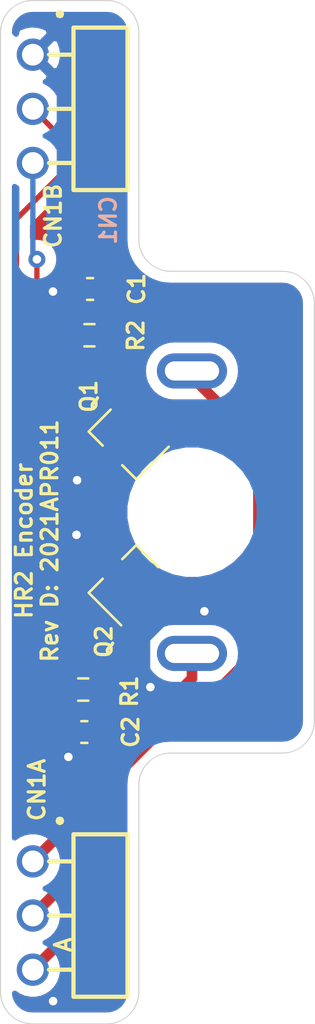
<source format=kicad_pcb>
(kicad_pcb (version 20171130) (host pcbnew 5.1.9-73d0e3b20d~88~ubuntu20.04.1)

  (general
    (thickness 1.6)
    (drawings 156)
    (tracks 99)
    (zones 0)
    (modules 7)
    (nets 7)
  )

  (page A4)
  (layers
    (0 F.Cu signal)
    (31 B.Cu signal)
    (32 B.Adhes user)
    (33 F.Adhes user)
    (34 B.Paste user)
    (35 F.Paste user)
    (36 B.SilkS user hide)
    (37 F.SilkS user)
    (38 B.Mask user)
    (39 F.Mask user)
    (40 Dwgs.User user hide)
    (41 Cmts.User user hide)
    (42 Eco1.User user hide)
    (43 Eco2.User user hide)
    (44 Edge.Cuts user)
    (45 Margin user hide)
    (46 B.CrtYd user)
    (47 F.CrtYd user)
    (48 B.Fab user hide)
    (49 F.Fab user hide)
  )

  (setup
    (last_trace_width 0.5)
    (user_trace_width 0.5)
    (user_trace_width 0.75)
    (trace_clearance 0.2)
    (zone_clearance 0.508)
    (zone_45_only no)
    (trace_min 0.2)
    (via_size 0.8)
    (via_drill 0.4)
    (via_min_size 0.4)
    (via_min_drill 0.3)
    (uvia_size 0.3)
    (uvia_drill 0.1)
    (uvias_allowed no)
    (uvia_min_size 0.2)
    (uvia_min_drill 0.1)
    (edge_width 0.05)
    (segment_width 0.2)
    (pcb_text_width 0.3)
    (pcb_text_size 1.5 1.5)
    (mod_edge_width 0.12)
    (mod_text_size 1 1)
    (mod_text_width 0.15)
    (pad_size 5.05 5.05)
    (pad_drill 5.05)
    (pad_to_mask_clearance 0.05)
    (aux_axis_origin 0 0)
    (visible_elements FFFFFF7F)
    (pcbplotparams
      (layerselection 0x010fc_ffffffff)
      (usegerberextensions false)
      (usegerberattributes true)
      (usegerberadvancedattributes true)
      (creategerberjobfile true)
      (excludeedgelayer true)
      (linewidth 0.100000)
      (plotframeref false)
      (viasonmask false)
      (mode 1)
      (useauxorigin false)
      (hpglpennumber 1)
      (hpglpenspeed 20)
      (hpglpendiameter 15.000000)
      (psnegative false)
      (psa4output false)
      (plotreference true)
      (plotvalue true)
      (plotinvisibletext false)
      (padsonsilk false)
      (subtractmaskfromsilk false)
      (outputformat 1)
      (mirror false)
      (drillshape 0)
      (scaleselection 1)
      (outputdirectory ""))
  )

  (net 0 "")
  (net 1 /MOTOR-)
  (net 2 /MOTOR+)
  (net 3 /QUADB)
  (net 4 /QUADA)
  (net 5 /GND)
  (net 6 /VCC)

  (net_class Default "This is the default net class."
    (clearance 0.2)
    (trace_width 0.25)
    (via_dia 0.8)
    (via_drill 0.4)
    (uvia_dia 0.3)
    (uvia_drill 0.1)
    (add_net /GND)
    (add_net /MOTOR+)
    (add_net /MOTOR-)
    (add_net /QUADA)
    (add_net /QUADB)
    (add_net /VCC)
  )

  (module HR2:ENCODER_2xM1x3RA (layer B.Cu) (tedit 6061164C) (tstamp 6073FAFD)
    (at 100 100)
    (path /606123CB)
    (fp_text reference CN1 (at -3.9372 -13.6904 -90) (layer B.SilkS)
      (effects (font (size 0.75 0.75) (thickness 0.15)) (justify mirror))
    )
    (fp_text value ENCODER;2xM1x3RA (at 0 0) (layer B.Fab)
      (effects (font (size 1 1) (thickness 0.2)) (justify mirror))
    )
    (fp_line (start -5.57 22.73) (end -5.57 15.11) (layer F.SilkS) (width 0.2))
    (fp_line (start -5.57 15.11) (end -3.03 15.11) (layer F.SilkS) (width 0.2))
    (fp_line (start -3.03 15.11) (end -3.03 22.73) (layer F.SilkS) (width 0.2))
    (fp_line (start -3.03 22.73) (end -5.57 22.73) (layer F.SilkS) (width 0.2))
    (fp_line (start -6.72 16.38) (end -5.57 16.38) (layer F.SilkS) (width 0.2))
    (fp_line (start -6.72 18.92) (end -5.57 18.92) (layer F.SilkS) (width 0.2))
    (fp_line (start -6.72 21.46) (end -5.57 21.46) (layer F.SilkS) (width 0.2))
    (fp_line (start -6.21 14.58) (end -6.28 14.55) (layer F.SilkS) (width 0.2))
    (fp_line (start -6.28 14.55) (end -6.31 14.48) (layer F.SilkS) (width 0.2))
    (fp_line (start -6.31 14.48) (end -6.28 14.4) (layer F.SilkS) (width 0.2))
    (fp_line (start -6.28 14.4) (end -6.21 14.38) (layer F.SilkS) (width 0.2))
    (fp_line (start -6.21 14.38) (end -6.14 14.4) (layer F.SilkS) (width 0.2))
    (fp_line (start -6.14 14.4) (end -6.11 14.48) (layer F.SilkS) (width 0.2))
    (fp_line (start -6.11 14.48) (end -6.14 14.55) (layer F.SilkS) (width 0.2))
    (fp_line (start -6.14 14.55) (end -6.21 14.58) (layer F.SilkS) (width 0.2))
    (fp_line (start -5.57 -15.11) (end -5.57 -22.73) (layer F.SilkS) (width 0.2))
    (fp_line (start -5.57 -22.73) (end -3.03 -22.73) (layer F.SilkS) (width 0.2))
    (fp_line (start -3.03 -22.73) (end -3.03 -15.11) (layer F.SilkS) (width 0.2))
    (fp_line (start -3.03 -15.11) (end -5.57 -15.11) (layer F.SilkS) (width 0.2))
    (fp_line (start -6.72 -21.46) (end -5.57 -21.46) (layer F.SilkS) (width 0.2))
    (fp_line (start -6.72 -18.92) (end -5.57 -18.92) (layer F.SilkS) (width 0.2))
    (fp_line (start -6.72 -16.38) (end -5.57 -16.38) (layer F.SilkS) (width 0.2))
    (fp_line (start -6.21 -23.27) (end -6.28 -23.29) (layer F.SilkS) (width 0.2))
    (fp_line (start -6.28 -23.29) (end -6.31 -23.37) (layer F.SilkS) (width 0.2))
    (fp_line (start -6.31 -23.37) (end -6.28 -23.44) (layer F.SilkS) (width 0.2))
    (fp_line (start -6.28 -23.44) (end -6.21 -23.47) (layer F.SilkS) (width 0.2))
    (fp_line (start -6.21 -23.47) (end -6.14 -23.44) (layer F.SilkS) (width 0.2))
    (fp_line (start -6.14 -23.44) (end -6.11 -23.37) (layer F.SilkS) (width 0.2))
    (fp_line (start -6.11 -23.37) (end -6.14 -23.29) (layer F.SilkS) (width 0.2))
    (fp_line (start -6.14 -23.29) (end -6.21 -23.27) (layer F.SilkS) (width 0.2))
    (pad "" np_thru_hole circle (at 0 0) (size 5.05 5.05) (drill 5.05) (layers *.Cu *.Mask))
    (pad 7 thru_hole oval (at 0 -6.6252) (size 3.3 1.65) (drill oval 2.55 0.9) (layers *.Cu *.Mask)
      (net 1 /MOTOR-))
    (pad 8 thru_hole oval (at 0 6.6248) (size 3.3 1.65) (drill oval 2.55 0.9) (layers *.Cu *.Mask)
      (net 2 /MOTOR+))
    (pad 3 thru_hole circle (at -7.4801 -16.38) (size 1.52 1.52) (drill 1.02) (layers *.Cu *.Mask)
      (net 3 /QUADB))
    (pad 2 thru_hole circle (at -7.4801 -18.92) (size 1.52 1.52) (drill 1.02) (layers *.Cu *.Mask)
      (net 4 /QUADA))
    (pad 1 thru_hole circle (at -7.4801 -21.46) (size 1.52 1.52) (drill 1.02) (layers *.Cu *.Mask)
      (net 5 /GND))
    (pad 6 thru_hole circle (at -7.4801 21.46) (size 1.52 1.52) (drill 1.02) (layers *.Cu *.Mask)
      (net 1 /MOTOR-))
    (pad 5 thru_hole circle (at -7.4801 18.92) (size 1.52 1.52) (drill 1.02) (layers *.Cu *.Mask)
      (net 2 /MOTOR+))
    (pad 4 thru_hole circle (at -7.4801 16.38) (size 1.52 1.52) (drill 1.02) (layers *.Cu *.Mask)
      (net 6 /VCC))
  )

  (module Capacitor_SMD:C_0603_1608Metric (layer F.Cu) (tedit 5F68FEEE) (tstamp 6073F8CB)
    (at 94.93758 110.3122 180)
    (descr "Capacitor SMD 0603 (1608 Metric), square (rectangular) end terminal, IPC_7351 nominal, (Body size source: IPC-SM-782 page 76, https://www.pcb-3d.com/wordpress/wp-content/uploads/ipc-sm-782a_amendment_1_and_2.pdf), generated with kicad-footprint-generator")
    (tags capacitor)
    (path /60637842)
    (attr smd)
    (fp_text reference C2 (at -2.18242 0.0022 270) (layer F.SilkS)
      (effects (font (size 0.75 0.75) (thickness 0.15)))
    )
    (fp_text value 10nF;1608 (at 0 1.43) (layer F.Fab)
      (effects (font (size 1 1) (thickness 0.15)))
    )
    (fp_line (start -0.8 0.4) (end -0.8 -0.4) (layer F.Fab) (width 0.1))
    (fp_line (start -0.8 -0.4) (end 0.8 -0.4) (layer F.Fab) (width 0.1))
    (fp_line (start 0.8 -0.4) (end 0.8 0.4) (layer F.Fab) (width 0.1))
    (fp_line (start 0.8 0.4) (end -0.8 0.4) (layer F.Fab) (width 0.1))
    (fp_line (start -0.14058 -0.51) (end 0.14058 -0.51) (layer F.SilkS) (width 0.12))
    (fp_line (start -0.14058 0.51) (end 0.14058 0.51) (layer F.SilkS) (width 0.12))
    (fp_line (start -1.48 0.73) (end -1.48 -0.73) (layer F.CrtYd) (width 0.05))
    (fp_line (start -1.48 -0.73) (end 1.48 -0.73) (layer F.CrtYd) (width 0.05))
    (fp_line (start 1.48 -0.73) (end 1.48 0.73) (layer F.CrtYd) (width 0.05))
    (fp_line (start 1.48 0.73) (end -1.48 0.73) (layer F.CrtYd) (width 0.05))
    (fp_text user %R (at 0 0) (layer F.Fab)
      (effects (font (size 0.4 0.4) (thickness 0.06)))
    )
    (pad 2 smd roundrect (at 0.775 0 180) (size 0.9 0.95) (layers F.Cu F.Paste F.Mask) (roundrect_rratio 0.25)
      (net 5 /GND))
    (pad 1 smd roundrect (at -0.775 0 180) (size 0.9 0.95) (layers F.Cu F.Paste F.Mask) (roundrect_rratio 0.25)
      (net 6 /VCC))
    (model ${KISYS3DMOD}/Capacitor_SMD.3dshapes/C_0603_1608Metric.wrl
      (at (xyz 0 0 0))
      (scale (xyz 1 1 1))
      (rotate (xyz 0 0 0))
    )
  )

  (module Capacitor_SMD:C_0603_1608Metric (layer F.Cu) (tedit 5F68FEEE) (tstamp 6073FE6D)
    (at 95.21 89.53 180)
    (descr "Capacitor SMD 0603 (1608 Metric), square (rectangular) end terminal, IPC_7351 nominal, (Body size source: IPC-SM-782 page 76, https://www.pcb-3d.com/wordpress/wp-content/uploads/ipc-sm-782a_amendment_1_and_2.pdf), generated with kicad-footprint-generator")
    (tags capacitor)
    (path /60634648)
    (attr smd)
    (fp_text reference C1 (at -2.19 0 90) (layer F.SilkS)
      (effects (font (size 0.75 0.75) (thickness 0.15)))
    )
    (fp_text value 10nF;1608 (at 0 1.43) (layer F.Fab)
      (effects (font (size 1 1) (thickness 0.15)))
    )
    (fp_line (start -0.8 0.4) (end -0.8 -0.4) (layer F.Fab) (width 0.1))
    (fp_line (start -0.8 -0.4) (end 0.8 -0.4) (layer F.Fab) (width 0.1))
    (fp_line (start 0.8 -0.4) (end 0.8 0.4) (layer F.Fab) (width 0.1))
    (fp_line (start 0.8 0.4) (end -0.8 0.4) (layer F.Fab) (width 0.1))
    (fp_line (start -0.14058 -0.51) (end 0.14058 -0.51) (layer F.SilkS) (width 0.12))
    (fp_line (start -0.14058 0.51) (end 0.14058 0.51) (layer F.SilkS) (width 0.12))
    (fp_line (start -1.48 0.73) (end -1.48 -0.73) (layer F.CrtYd) (width 0.05))
    (fp_line (start -1.48 -0.73) (end 1.48 -0.73) (layer F.CrtYd) (width 0.05))
    (fp_line (start 1.48 -0.73) (end 1.48 0.73) (layer F.CrtYd) (width 0.05))
    (fp_line (start 1.48 0.73) (end -1.48 0.73) (layer F.CrtYd) (width 0.05))
    (fp_text user %R (at 0 0) (layer F.Fab)
      (effects (font (size 0.4 0.4) (thickness 0.06)))
    )
    (pad 2 smd roundrect (at 0.775 0 180) (size 0.9 0.95) (layers F.Cu F.Paste F.Mask) (roundrect_rratio 0.25)
      (net 5 /GND))
    (pad 1 smd roundrect (at -0.775 0 180) (size 0.9 0.95) (layers F.Cu F.Paste F.Mask) (roundrect_rratio 0.25)
      (net 6 /VCC))
    (model ${KISYS3DMOD}/Capacitor_SMD.3dshapes/C_0603_1608Metric.wrl
      (at (xyz 0 0 0))
      (scale (xyz 1 1 1))
      (rotate (xyz 0 0 0))
    )
  )

  (module Resistor_SMD:R_0603_1608Metric (layer F.Cu) (tedit 5F68FEEE) (tstamp 6073FA45)
    (at 95.18 91.7 180)
    (descr "Resistor SMD 0603 (1608 Metric), square (rectangular) end terminal, IPC_7351 nominal, (Body size source: IPC-SM-782 page 72, https://www.pcb-3d.com/wordpress/wp-content/uploads/ipc-sm-782a_amendment_1_and_2.pdf), generated with kicad-footprint-generator")
    (tags resistor)
    (path /5F422F39)
    (attr smd)
    (fp_text reference R2 (at -2.18 -0.02 90) (layer F.SilkS)
      (effects (font (size 0.75 0.75) (thickness 0.15)))
    )
    (fp_text value 10KΩ;1608 (at 0 1.43) (layer F.Fab)
      (effects (font (size 1 1) (thickness 0.15)))
    )
    (fp_line (start 1.48 0.73) (end -1.48 0.73) (layer F.CrtYd) (width 0.05))
    (fp_line (start 1.48 -0.73) (end 1.48 0.73) (layer F.CrtYd) (width 0.05))
    (fp_line (start -1.48 -0.73) (end 1.48 -0.73) (layer F.CrtYd) (width 0.05))
    (fp_line (start -1.48 0.73) (end -1.48 -0.73) (layer F.CrtYd) (width 0.05))
    (fp_line (start -0.237258 0.5225) (end 0.237258 0.5225) (layer F.SilkS) (width 0.12))
    (fp_line (start -0.237258 -0.5225) (end 0.237258 -0.5225) (layer F.SilkS) (width 0.12))
    (fp_line (start 0.8 0.4125) (end -0.8 0.4125) (layer F.Fab) (width 0.1))
    (fp_line (start 0.8 -0.4125) (end 0.8 0.4125) (layer F.Fab) (width 0.1))
    (fp_line (start -0.8 -0.4125) (end 0.8 -0.4125) (layer F.Fab) (width 0.1))
    (fp_line (start -0.8 0.4125) (end -0.8 -0.4125) (layer F.Fab) (width 0.1))
    (fp_text user %R (at 0 0) (layer F.Fab)
      (effects (font (size 0.4 0.4) (thickness 0.06)))
    )
    (pad 2 smd roundrect (at 0.825 0 180) (size 0.8 0.95) (layers F.Cu F.Paste F.Mask) (roundrect_rratio 0.25)
      (net 3 /QUADB))
    (pad 1 smd roundrect (at -0.825 0 180) (size 0.8 0.95) (layers F.Cu F.Paste F.Mask) (roundrect_rratio 0.25)
      (net 6 /VCC))
    (model ${KISYS3DMOD}/Resistor_SMD.3dshapes/R_0603_1608Metric.wrl
      (at (xyz 0 0 0))
      (scale (xyz 1 1 1))
      (rotate (xyz 0 0 0))
    )
  )

  (module Resistor_SMD:R_0603_1608Metric (layer F.Cu) (tedit 5F68FEEE) (tstamp 5F41F21C)
    (at 94.89 108.32 180)
    (descr "Resistor SMD 0603 (1608 Metric), square (rectangular) end terminal, IPC_7351 nominal, (Body size source: IPC-SM-782 page 72, https://www.pcb-3d.com/wordpress/wp-content/uploads/ipc-sm-782a_amendment_1_and_2.pdf), generated with kicad-footprint-generator")
    (tags resistor)
    (path /5F42263B)
    (attr smd)
    (fp_text reference R1 (at -2.17 -0.09 90) (layer F.SilkS)
      (effects (font (size 0.75 0.75) (thickness 0.15)))
    )
    (fp_text value 10KΩ;1608 (at 0 1.43) (layer F.Fab)
      (effects (font (size 1 1) (thickness 0.15)))
    )
    (fp_line (start 1.48 0.73) (end -1.48 0.73) (layer F.CrtYd) (width 0.05))
    (fp_line (start 1.48 -0.73) (end 1.48 0.73) (layer F.CrtYd) (width 0.05))
    (fp_line (start -1.48 -0.73) (end 1.48 -0.73) (layer F.CrtYd) (width 0.05))
    (fp_line (start -1.48 0.73) (end -1.48 -0.73) (layer F.CrtYd) (width 0.05))
    (fp_line (start -0.237258 0.5225) (end 0.237258 0.5225) (layer F.SilkS) (width 0.12))
    (fp_line (start -0.237258 -0.5225) (end 0.237258 -0.5225) (layer F.SilkS) (width 0.12))
    (fp_line (start 0.8 0.4125) (end -0.8 0.4125) (layer F.Fab) (width 0.1))
    (fp_line (start 0.8 -0.4125) (end 0.8 0.4125) (layer F.Fab) (width 0.1))
    (fp_line (start -0.8 -0.4125) (end 0.8 -0.4125) (layer F.Fab) (width 0.1))
    (fp_line (start -0.8 0.4125) (end -0.8 -0.4125) (layer F.Fab) (width 0.1))
    (fp_text user %R (at 0 0) (layer F.Fab)
      (effects (font (size 0.4 0.4) (thickness 0.06)))
    )
    (pad 2 smd roundrect (at 0.825 0 180) (size 0.8 0.95) (layers F.Cu F.Paste F.Mask) (roundrect_rratio 0.25)
      (net 4 /QUADA))
    (pad 1 smd roundrect (at -0.825 0 180) (size 0.8 0.95) (layers F.Cu F.Paste F.Mask) (roundrect_rratio 0.25)
      (net 6 /VCC))
    (model ${KISYS3DMOD}/Resistor_SMD.3dshapes/R_0603_1608Metric.wrl
      (at (xyz 0 0 0))
      (scale (xyz 1 1 1))
      (rotate (xyz 0 0 0))
    )
  )

  (module Package_TO_SOT_SMD:SOT-23 (layer F.Cu) (tedit 5A02FF57) (tstamp 60617EF7)
    (at 96.8 103.2 135)
    (descr "SOT-23, Standard")
    (tags SOT-23)
    (path /6062122A)
    (attr smd)
    (fp_text reference Q2 (at -1.364716 -2.694643 270) (layer F.SilkS)
      (effects (font (size 0.75 0.75) (thickness 0.15)))
    )
    (fp_text value DRV5013FAQDBZR;SOT23 (at 0 2.5 135) (layer F.Fab)
      (effects (font (size 1 1) (thickness 0.15)))
    )
    (fp_line (start 0.76 1.58) (end -0.7 1.58) (layer F.SilkS) (width 0.12))
    (fp_line (start 0.76 -1.58) (end -1.4 -1.58) (layer F.SilkS) (width 0.12))
    (fp_line (start -1.7 1.75) (end -1.7 -1.75) (layer F.CrtYd) (width 0.05))
    (fp_line (start 1.7 1.75) (end -1.7 1.75) (layer F.CrtYd) (width 0.05))
    (fp_line (start 1.7 -1.75) (end 1.7 1.75) (layer F.CrtYd) (width 0.05))
    (fp_line (start -1.7 -1.75) (end 1.7 -1.75) (layer F.CrtYd) (width 0.05))
    (fp_line (start 0.76 -1.58) (end 0.76 -0.65) (layer F.SilkS) (width 0.12))
    (fp_line (start 0.76 1.58) (end 0.76 0.65) (layer F.SilkS) (width 0.12))
    (fp_line (start -0.7 1.52) (end 0.7 1.52) (layer F.Fab) (width 0.1))
    (fp_line (start 0.7 -1.52) (end 0.7 1.52) (layer F.Fab) (width 0.1))
    (fp_line (start -0.7 -0.95) (end -0.15 -1.52) (layer F.Fab) (width 0.1))
    (fp_line (start -0.15 -1.52) (end 0.7 -1.52) (layer F.Fab) (width 0.1))
    (fp_line (start -0.7 -0.95) (end -0.7 1.5) (layer F.Fab) (width 0.1))
    (fp_text user %R (at 0 0 45) (layer F.Fab)
      (effects (font (size 0.5 0.5) (thickness 0.075)))
    )
    (pad 3 smd rect (at 1 0 135) (size 0.9 0.8) (layers F.Cu F.Paste F.Mask)
      (net 5 /GND))
    (pad 2 smd rect (at -1 0.95 135) (size 0.9 0.8) (layers F.Cu F.Paste F.Mask)
      (net 4 /QUADA))
    (pad 1 smd rect (at -1 -0.95 135) (size 0.9 0.8) (layers F.Cu F.Paste F.Mask)
      (net 6 /VCC))
    (model ${KISYS3DMOD}/Package_TO_SOT_SMD.3dshapes/SOT-23.wrl
      (at (xyz 0 0 0))
      (scale (xyz 1 1 1))
      (rotate (xyz 0 0 0))
    )
  )

  (module Package_TO_SOT_SMD:SOT-23 (layer F.Cu) (tedit 5A02FF57) (tstamp 600A5518)
    (at 96.8 96.8 225)
    (descr "SOT-23, Standard")
    (tags SOT-23)
    (path /606117B3)
    (attr smd)
    (fp_text reference Q1 (at -0.413092 2.748807 90) (layer F.SilkS)
      (effects (font (size 0.75 0.75) (thickness 0.15)))
    )
    (fp_text value DRV5013FAQDBZR;SOT23 (at 0 2.5 45) (layer F.Fab)
      (effects (font (size 1 1) (thickness 0.15)))
    )
    (fp_line (start 0.76 1.58) (end -0.7 1.58) (layer F.SilkS) (width 0.12))
    (fp_line (start 0.76 -1.58) (end -1.4 -1.58) (layer F.SilkS) (width 0.12))
    (fp_line (start -1.7 1.75) (end -1.7 -1.75) (layer F.CrtYd) (width 0.05))
    (fp_line (start 1.7 1.75) (end -1.7 1.75) (layer F.CrtYd) (width 0.05))
    (fp_line (start 1.7 -1.75) (end 1.7 1.75) (layer F.CrtYd) (width 0.05))
    (fp_line (start -1.7 -1.75) (end 1.7 -1.75) (layer F.CrtYd) (width 0.05))
    (fp_line (start 0.76 -1.58) (end 0.76 -0.65) (layer F.SilkS) (width 0.12))
    (fp_line (start 0.76 1.58) (end 0.76 0.65) (layer F.SilkS) (width 0.12))
    (fp_line (start -0.7 1.52) (end 0.7 1.52) (layer F.Fab) (width 0.1))
    (fp_line (start 0.7 -1.52) (end 0.7 1.52) (layer F.Fab) (width 0.1))
    (fp_line (start -0.7 -0.95) (end -0.15 -1.52) (layer F.Fab) (width 0.1))
    (fp_line (start -0.15 -1.52) (end 0.7 -1.52) (layer F.Fab) (width 0.1))
    (fp_line (start -0.7 -0.95) (end -0.7 1.5) (layer F.Fab) (width 0.1))
    (fp_text user %R (at 0 0 135) (layer F.Fab)
      (effects (font (size 0.5 0.5) (thickness 0.075)))
    )
    (pad 3 smd rect (at 1 0 225) (size 0.9 0.8) (layers F.Cu F.Paste F.Mask)
      (net 5 /GND))
    (pad 2 smd rect (at -1 0.95 225) (size 0.9 0.8) (layers F.Cu F.Paste F.Mask)
      (net 3 /QUADB))
    (pad 1 smd rect (at -1 -0.95 225) (size 0.9 0.8) (layers F.Cu F.Paste F.Mask)
      (net 6 /VCC))
    (model ${KISYS3DMOD}/Package_TO_SOT_SMD.3dshapes/SOT-23.wrl
      (at (xyz 0 0 0))
      (scale (xyz 1 1 1))
      (rotate (xyz 0 0 0))
    )
  )

  (gr_text CN1A (at 92.71 113.03 90) (layer F.SilkS) (tstamp 607402E3)
    (effects (font (size 0.75 0.75) (thickness 0.15)))
  )
  (gr_text "HR2 Encoder\nRev D: 2021APR011" (at 92.71 101.346 90) (layer F.SilkS) (tstamp 6067DC71)
    (effects (font (size 0.75 0.75) (thickness 0.15)))
  )
  (gr_text CN1B (at 93.472 86.106 90) (layer F.SilkS) (tstamp 5FE4E01F)
    (effects (font (size 0.75 0.75) (thickness 0.15)))
  )
  (gr_text A (at 93.94 120.29 90) (layer F.SilkS)
    (effects (font (size 0.75 0.75) (thickness 0.15)))
  )
  (gr_line (start 92.5 76) (end 92.37 76.01) (layer Edge.Cuts) (width 0.05))
  (gr_line (start 92.37 76.01) (end 92.24 76.02) (layer Edge.Cuts) (width 0.05))
  (gr_line (start 92.24 76.02) (end 92.11 76.05) (layer Edge.Cuts) (width 0.05))
  (gr_line (start 92.11 76.05) (end 91.99 76.09) (layer Edge.Cuts) (width 0.05))
  (gr_line (start 91.99 76.09) (end 91.87 76.14) (layer Edge.Cuts) (width 0.05))
  (gr_line (start 91.87 76.14) (end 91.75 76.2) (layer Edge.Cuts) (width 0.05))
  (gr_line (start 91.75 76.2) (end 91.64 76.27) (layer Edge.Cuts) (width 0.05))
  (gr_line (start 91.64 76.27) (end 91.54 76.35) (layer Edge.Cuts) (width 0.05))
  (gr_line (start 91.54 76.35) (end 91.44 76.44) (layer Edge.Cuts) (width 0.05))
  (gr_line (start 91.44 76.44) (end 91.35 76.54) (layer Edge.Cuts) (width 0.05))
  (gr_line (start 91.35 76.54) (end 91.27 76.64) (layer Edge.Cuts) (width 0.05))
  (gr_line (start 91.27 76.64) (end 91.2 76.75) (layer Edge.Cuts) (width 0.05))
  (gr_line (start 91.2 76.75) (end 91.14 76.87) (layer Edge.Cuts) (width 0.05))
  (gr_line (start 91.14 76.87) (end 91.09 76.99) (layer Edge.Cuts) (width 0.05))
  (gr_line (start 91.09 76.99) (end 91.05 77.11) (layer Edge.Cuts) (width 0.05))
  (gr_line (start 91.05 77.11) (end 91.02 77.24) (layer Edge.Cuts) (width 0.05))
  (gr_line (start 91.02 77.24) (end 91.01 77.37) (layer Edge.Cuts) (width 0.05))
  (gr_line (start 91.01 77.37) (end 91 77.5) (layer Edge.Cuts) (width 0.05))
  (gr_line (start 91 77.5) (end 91 122.5) (layer Edge.Cuts) (width 0.05))
  (gr_line (start 91 122.5) (end 91.01 122.63) (layer Edge.Cuts) (width 0.05))
  (gr_line (start 91.01 122.63) (end 91.02 122.76) (layer Edge.Cuts) (width 0.05))
  (gr_line (start 91.02 122.76) (end 91.05 122.89) (layer Edge.Cuts) (width 0.05))
  (gr_line (start 91.05 122.89) (end 91.09 123.01) (layer Edge.Cuts) (width 0.05))
  (gr_line (start 91.09 123.01) (end 91.14 123.13) (layer Edge.Cuts) (width 0.05))
  (gr_line (start 91.14 123.13) (end 91.2 123.25) (layer Edge.Cuts) (width 0.05))
  (gr_line (start 91.2 123.25) (end 91.27 123.36) (layer Edge.Cuts) (width 0.05))
  (gr_line (start 91.27 123.36) (end 91.35 123.46) (layer Edge.Cuts) (width 0.05))
  (gr_line (start 91.35 123.46) (end 91.44 123.56) (layer Edge.Cuts) (width 0.05))
  (gr_line (start 91.44 123.56) (end 91.54 123.65) (layer Edge.Cuts) (width 0.05))
  (gr_line (start 91.54 123.65) (end 91.64 123.73) (layer Edge.Cuts) (width 0.05))
  (gr_line (start 91.64 123.73) (end 91.75 123.8) (layer Edge.Cuts) (width 0.05))
  (gr_line (start 91.75 123.8) (end 91.87 123.86) (layer Edge.Cuts) (width 0.05))
  (gr_line (start 91.87 123.86) (end 91.99 123.91) (layer Edge.Cuts) (width 0.05))
  (gr_line (start 91.99 123.91) (end 92.11 123.95) (layer Edge.Cuts) (width 0.05))
  (gr_line (start 92.11 123.95) (end 92.24 123.98) (layer Edge.Cuts) (width 0.05))
  (gr_line (start 92.24 123.98) (end 92.37 123.99) (layer Edge.Cuts) (width 0.05))
  (gr_line (start 92.37 123.99) (end 92.5 124) (layer Edge.Cuts) (width 0.05))
  (gr_line (start 92.5 124) (end 96 124) (layer Edge.Cuts) (width 0.05))
  (gr_line (start 96 124) (end 96.13 123.99) (layer Edge.Cuts) (width 0.05))
  (gr_line (start 96.13 123.99) (end 96.26 123.98) (layer Edge.Cuts) (width 0.05))
  (gr_line (start 96.26 123.98) (end 96.39 123.95) (layer Edge.Cuts) (width 0.05))
  (gr_line (start 96.39 123.95) (end 96.51 123.91) (layer Edge.Cuts) (width 0.05))
  (gr_line (start 96.51 123.91) (end 96.63 123.86) (layer Edge.Cuts) (width 0.05))
  (gr_line (start 96.63 123.86) (end 96.75 123.8) (layer Edge.Cuts) (width 0.05))
  (gr_line (start 96.75 123.8) (end 96.86 123.73) (layer Edge.Cuts) (width 0.05))
  (gr_line (start 96.86 123.73) (end 96.96 123.65) (layer Edge.Cuts) (width 0.05))
  (gr_line (start 96.96 123.65) (end 97.06 123.56) (layer Edge.Cuts) (width 0.05))
  (gr_line (start 97.06 123.56) (end 97.15 123.46) (layer Edge.Cuts) (width 0.05))
  (gr_line (start 97.15 123.46) (end 97.23 123.36) (layer Edge.Cuts) (width 0.05))
  (gr_line (start 97.23 123.36) (end 97.3 123.25) (layer Edge.Cuts) (width 0.05))
  (gr_line (start 97.3 123.25) (end 97.36 123.13) (layer Edge.Cuts) (width 0.05))
  (gr_line (start 97.36 123.13) (end 97.41 123.01) (layer Edge.Cuts) (width 0.05))
  (gr_line (start 97.41 123.01) (end 97.45 122.89) (layer Edge.Cuts) (width 0.05))
  (gr_line (start 97.45 122.89) (end 97.48 122.76) (layer Edge.Cuts) (width 0.05))
  (gr_line (start 97.48 122.76) (end 97.49 122.63) (layer Edge.Cuts) (width 0.05))
  (gr_line (start 97.49 122.63) (end 97.5 122.5) (layer Edge.Cuts) (width 0.05))
  (gr_line (start 97.5 122.5) (end 97.5 112.8) (layer Edge.Cuts) (width 0.05))
  (gr_line (start 97.5 112.8) (end 97.51 112.67) (layer Edge.Cuts) (width 0.05))
  (gr_line (start 97.51 112.67) (end 97.52 112.54) (layer Edge.Cuts) (width 0.05))
  (gr_line (start 97.52 112.54) (end 97.55 112.41) (layer Edge.Cuts) (width 0.05))
  (gr_line (start 97.55 112.41) (end 97.59 112.29) (layer Edge.Cuts) (width 0.05))
  (gr_line (start 97.59 112.29) (end 97.64 112.17) (layer Edge.Cuts) (width 0.05))
  (gr_line (start 97.64 112.17) (end 97.7 112.05) (layer Edge.Cuts) (width 0.05))
  (gr_line (start 97.7 112.05) (end 97.77 111.94) (layer Edge.Cuts) (width 0.05))
  (gr_line (start 97.77 111.94) (end 97.85 111.84) (layer Edge.Cuts) (width 0.05))
  (gr_line (start 97.85 111.84) (end 97.94 111.74) (layer Edge.Cuts) (width 0.05))
  (gr_line (start 97.94 111.74) (end 98.04 111.65) (layer Edge.Cuts) (width 0.05))
  (gr_line (start 98.04 111.65) (end 98.14 111.57) (layer Edge.Cuts) (width 0.05))
  (gr_line (start 98.14 111.57) (end 98.25 111.5) (layer Edge.Cuts) (width 0.05))
  (gr_line (start 98.25 111.5) (end 98.37 111.44) (layer Edge.Cuts) (width 0.05))
  (gr_line (start 98.37 111.44) (end 98.49 111.39) (layer Edge.Cuts) (width 0.05))
  (gr_line (start 98.49 111.39) (end 98.61 111.35) (layer Edge.Cuts) (width 0.05))
  (gr_line (start 98.61 111.35) (end 98.74 111.32) (layer Edge.Cuts) (width 0.05))
  (gr_line (start 98.74 111.32) (end 98.87 111.31) (layer Edge.Cuts) (width 0.05))
  (gr_line (start 98.87 111.31) (end 99 111.3) (layer Edge.Cuts) (width 0.05))
  (gr_line (start 99 111.3) (end 104.25 111.3) (layer Edge.Cuts) (width 0.05))
  (gr_line (start 104.25 111.3) (end 104.38 111.29) (layer Edge.Cuts) (width 0.05))
  (gr_line (start 104.38 111.29) (end 104.51 111.28) (layer Edge.Cuts) (width 0.05))
  (gr_line (start 104.51 111.28) (end 104.64 111.25) (layer Edge.Cuts) (width 0.05))
  (gr_line (start 104.64 111.25) (end 104.76 111.21) (layer Edge.Cuts) (width 0.05))
  (gr_line (start 104.76 111.21) (end 104.88 111.16) (layer Edge.Cuts) (width 0.05))
  (gr_line (start 104.88 111.16) (end 105 111.1) (layer Edge.Cuts) (width 0.05))
  (gr_line (start 105 111.1) (end 105.11 111.03) (layer Edge.Cuts) (width 0.05))
  (gr_line (start 105.11 111.03) (end 105.21 110.95) (layer Edge.Cuts) (width 0.05))
  (gr_line (start 105.21 110.95) (end 105.31 110.86) (layer Edge.Cuts) (width 0.05))
  (gr_line (start 105.31 110.86) (end 105.4 110.76) (layer Edge.Cuts) (width 0.05))
  (gr_line (start 105.4 110.76) (end 105.48 110.66) (layer Edge.Cuts) (width 0.05))
  (gr_line (start 105.48 110.66) (end 105.55 110.55) (layer Edge.Cuts) (width 0.05))
  (gr_line (start 105.55 110.55) (end 105.61 110.43) (layer Edge.Cuts) (width 0.05))
  (gr_line (start 105.61 110.43) (end 105.66 110.31) (layer Edge.Cuts) (width 0.05))
  (gr_line (start 105.66 110.31) (end 105.7 110.19) (layer Edge.Cuts) (width 0.05))
  (gr_line (start 105.7 110.19) (end 105.73 110.06) (layer Edge.Cuts) (width 0.05))
  (gr_line (start 105.73 110.06) (end 105.74 109.93) (layer Edge.Cuts) (width 0.05))
  (gr_line (start 105.74 109.93) (end 105.75 109.8) (layer Edge.Cuts) (width 0.05))
  (gr_line (start 105.75 109.8) (end 105.75 90.2) (layer Edge.Cuts) (width 0.05))
  (gr_line (start 105.75 90.2) (end 105.74 90.07) (layer Edge.Cuts) (width 0.05))
  (gr_line (start 105.74 90.07) (end 105.73 89.94) (layer Edge.Cuts) (width 0.05))
  (gr_line (start 105.73 89.94) (end 105.7 89.81) (layer Edge.Cuts) (width 0.05))
  (gr_line (start 105.7 89.81) (end 105.66 89.69) (layer Edge.Cuts) (width 0.05))
  (gr_line (start 105.66 89.69) (end 105.61 89.57) (layer Edge.Cuts) (width 0.05))
  (gr_line (start 105.61 89.57) (end 105.55 89.45) (layer Edge.Cuts) (width 0.05))
  (gr_line (start 105.55 89.45) (end 105.48 89.34) (layer Edge.Cuts) (width 0.05))
  (gr_line (start 105.48 89.34) (end 105.4 89.24) (layer Edge.Cuts) (width 0.05))
  (gr_line (start 105.4 89.24) (end 105.31 89.14) (layer Edge.Cuts) (width 0.05))
  (gr_line (start 105.31 89.14) (end 105.21 89.05) (layer Edge.Cuts) (width 0.05))
  (gr_line (start 105.21 89.05) (end 105.11 88.97) (layer Edge.Cuts) (width 0.05))
  (gr_line (start 105.11 88.97) (end 105 88.9) (layer Edge.Cuts) (width 0.05))
  (gr_line (start 105 88.9) (end 104.88 88.84) (layer Edge.Cuts) (width 0.05))
  (gr_line (start 104.88 88.84) (end 104.76 88.79) (layer Edge.Cuts) (width 0.05))
  (gr_line (start 104.76 88.79) (end 104.64 88.75) (layer Edge.Cuts) (width 0.05))
  (gr_line (start 104.64 88.75) (end 104.51 88.72) (layer Edge.Cuts) (width 0.05))
  (gr_line (start 104.51 88.72) (end 104.38 88.71) (layer Edge.Cuts) (width 0.05))
  (gr_line (start 104.38 88.71) (end 104.25 88.7) (layer Edge.Cuts) (width 0.05))
  (gr_line (start 104.25 88.7) (end 99 88.7) (layer Edge.Cuts) (width 0.05))
  (gr_line (start 99 88.7) (end 98.87 88.69) (layer Edge.Cuts) (width 0.05))
  (gr_line (start 98.87 88.69) (end 98.74 88.68) (layer Edge.Cuts) (width 0.05))
  (gr_line (start 98.74 88.68) (end 98.61 88.65) (layer Edge.Cuts) (width 0.05))
  (gr_line (start 98.61 88.65) (end 98.49 88.61) (layer Edge.Cuts) (width 0.05))
  (gr_line (start 98.49 88.61) (end 98.37 88.56) (layer Edge.Cuts) (width 0.05))
  (gr_line (start 98.37 88.56) (end 98.25 88.5) (layer Edge.Cuts) (width 0.05))
  (gr_line (start 98.25 88.5) (end 98.14 88.43) (layer Edge.Cuts) (width 0.05))
  (gr_line (start 98.14 88.43) (end 98.04 88.35) (layer Edge.Cuts) (width 0.05))
  (gr_line (start 98.04 88.35) (end 97.94 88.26) (layer Edge.Cuts) (width 0.05))
  (gr_line (start 97.94 88.26) (end 97.85 88.16) (layer Edge.Cuts) (width 0.05))
  (gr_line (start 97.85 88.16) (end 97.77 88.06) (layer Edge.Cuts) (width 0.05))
  (gr_line (start 97.77 88.06) (end 97.7 87.95) (layer Edge.Cuts) (width 0.05))
  (gr_line (start 97.7 87.95) (end 97.64 87.83) (layer Edge.Cuts) (width 0.05))
  (gr_line (start 97.64 87.83) (end 97.59 87.71) (layer Edge.Cuts) (width 0.05))
  (gr_line (start 97.59 87.71) (end 97.55 87.59) (layer Edge.Cuts) (width 0.05))
  (gr_line (start 97.55 87.59) (end 97.52 87.46) (layer Edge.Cuts) (width 0.05))
  (gr_line (start 97.52 87.46) (end 97.51 87.33) (layer Edge.Cuts) (width 0.05))
  (gr_line (start 97.51 87.33) (end 97.5 87.2) (layer Edge.Cuts) (width 0.05))
  (gr_line (start 97.5 87.2) (end 97.5 77.5) (layer Edge.Cuts) (width 0.05))
  (gr_line (start 97.5 77.5) (end 97.49 77.37) (layer Edge.Cuts) (width 0.05))
  (gr_line (start 97.49 77.37) (end 97.48 77.24) (layer Edge.Cuts) (width 0.05))
  (gr_line (start 97.48 77.24) (end 97.45 77.11) (layer Edge.Cuts) (width 0.05))
  (gr_line (start 97.45 77.11) (end 97.41 76.99) (layer Edge.Cuts) (width 0.05))
  (gr_line (start 97.41 76.99) (end 97.36 76.87) (layer Edge.Cuts) (width 0.05))
  (gr_line (start 97.36 76.87) (end 97.3 76.75) (layer Edge.Cuts) (width 0.05))
  (gr_line (start 97.3 76.75) (end 97.23 76.64) (layer Edge.Cuts) (width 0.05))
  (gr_line (start 97.23 76.64) (end 97.15 76.54) (layer Edge.Cuts) (width 0.05))
  (gr_line (start 97.15 76.54) (end 97.06 76.44) (layer Edge.Cuts) (width 0.05))
  (gr_line (start 97.06 76.44) (end 96.96 76.35) (layer Edge.Cuts) (width 0.05))
  (gr_line (start 96.96 76.35) (end 96.86 76.27) (layer Edge.Cuts) (width 0.05))
  (gr_line (start 96.86 76.27) (end 96.75 76.2) (layer Edge.Cuts) (width 0.05))
  (gr_line (start 96.75 76.2) (end 96.63 76.14) (layer Edge.Cuts) (width 0.05))
  (gr_line (start 96.63 76.14) (end 96.51 76.09) (layer Edge.Cuts) (width 0.05))
  (gr_line (start 96.51 76.09) (end 96.39 76.05) (layer Edge.Cuts) (width 0.05))
  (gr_line (start 96.39 76.05) (end 96.26 76.02) (layer Edge.Cuts) (width 0.05))
  (gr_line (start 96.26 76.02) (end 96.13 76.01) (layer Edge.Cuts) (width 0.05))
  (gr_line (start 96.13 76.01) (end 96 76) (layer Edge.Cuts) (width 0.05))
  (gr_line (start 96 76) (end 92.5 76) (layer Edge.Cuts) (width 0.05))

  (segment (start 94.28995 119.68995) (end 92.5199 121.46) (width 0.5) (layer F.Cu) (net 1))
  (segment (start 94.28995 118.30805) (end 94.28995 119.68995) (width 0.5) (layer F.Cu) (net 1))
  (segment (start 94.996 117.602) (end 94.28995 118.30805) (width 0.5) (layer F.Cu) (net 1))
  (segment (start 94.996 116.332) (end 94.996 117.602) (width 0.5) (layer F.Cu) (net 1))
  (segment (start 96.693202 114.634798) (end 94.996 116.332) (width 0.5) (layer F.Cu) (net 1))
  (segment (start 100.33 108.458) (end 96.693202 112.094798) (width 0.5) (layer F.Cu) (net 1))
  (segment (start 101.112 108.458) (end 100.33 108.458) (width 0.5) (layer F.Cu) (net 1))
  (segment (start 103.886 97.536) (end 103.886 105.684) (width 0.5) (layer F.Cu) (net 1))
  (segment (start 96.693202 112.094798) (end 96.693202 114.634798) (width 0.5) (layer F.Cu) (net 1))
  (segment (start 100 93.3748) (end 100 93.65) (width 0.5) (layer F.Cu) (net 1))
  (segment (start 100 93.65) (end 103.886 97.536) (width 0.5) (layer F.Cu) (net 1))
  (segment (start 103.886 105.684) (end 101.112 108.458) (width 0.5) (layer F.Cu) (net 1))
  (segment (start 100.0292 106.6252) (end 100 106.6252) (width 0.75) (layer F.Cu) (net 2))
  (segment (start 100 107.798035) (end 100 106.6248) (width 0.5) (layer F.Cu) (net 2))
  (segment (start 94.234 115.786382) (end 95.993191 114.027191) (width 0.5) (layer F.Cu) (net 2))
  (segment (start 94.234 117.2059) (end 94.234 115.786382) (width 0.5) (layer F.Cu) (net 2))
  (segment (start 95.993191 111.804844) (end 100 107.798035) (width 0.5) (layer F.Cu) (net 2))
  (segment (start 95.993191 114.027191) (end 95.993191 111.804844) (width 0.5) (layer F.Cu) (net 2))
  (segment (start 92.5199 118.92) (end 94.234 117.2059) (width 0.5) (layer F.Cu) (net 2))
  (segment (start 94.38 91.725) (end 94.355 91.7) (width 0.25) (layer F.Cu) (net 3))
  (segment (start 94.38 92.965787) (end 94.38 91.725) (width 0.25) (layer F.Cu) (net 3))
  (segment (start 96.835355 95.421142) (end 94.38 92.965787) (width 0.25) (layer F.Cu) (net 3))
  (segment (start 92.71 90.455) (end 92.71 88.138) (width 0.25) (layer F.Cu) (net 3))
  (segment (start 93.955 91.7) (end 92.71 90.455) (width 0.25) (layer F.Cu) (net 3))
  (segment (start 94.355 91.7) (end 93.955 91.7) (width 0.25) (layer F.Cu) (net 3))
  (segment (start 92.5199 87.9479) (end 92.71 88.138) (width 0.25) (layer B.Cu) (net 3))
  (segment (start 92.5199 83.62) (end 92.5199 87.9479) (width 0.25) (layer B.Cu) (net 3))
  (via (at 92.71 88.138) (size 0.8) (drill 0.4) (layers F.Cu B.Cu) (net 3))
  (segment (start 98.2 103.497057) (end 98.09028 103.606777) (width 0.25) (layer F.Cu) (net 4))
  (segment (start 94.065 108.32) (end 94.065 105.915) (width 0.25) (layer F.Cu) (net 4))
  (segment (start 96.744645 103.235355) (end 98.178858 103.235355) (width 0.25) (layer F.Cu) (net 4))
  (segment (start 94.065 105.915) (end 96.744645 103.235355) (width 0.25) (layer F.Cu) (net 4))
  (segment (start 94.39 82.9501) (end 92.5199 81.08) (width 0.25) (layer F.Cu) (net 4))
  (segment (start 91.749991 86.247007) (end 94.39 83.606998) (width 0.25) (layer F.Cu) (net 4))
  (segment (start 94.39 83.606998) (end 94.39 82.9501) (width 0.25) (layer F.Cu) (net 4))
  (segment (start 91.749991 102.799991) (end 91.749991 86.247007) (width 0.25) (layer F.Cu) (net 4))
  (segment (start 94.065 105.115) (end 91.749991 102.799991) (width 0.25) (layer F.Cu) (net 4))
  (segment (start 94.065 105.915) (end 94.065 105.115) (width 0.25) (layer F.Cu) (net 4))
  (via (at 94.6 98.5) (size 0.8) (drill 0.4) (layers F.Cu B.Cu) (net 5))
  (segment (start 94.6 98.5) (end 95.1242 98.5) (width 0.5) (layer F.Cu) (net 5))
  (segment (start 95.1242 98.4758) (end 95.1242 98.5) (width 0.5) (layer F.Cu) (net 5))
  (segment (start 96.092893 97.507107) (end 95.1242 98.4758) (width 0.5) (layer F.Cu) (net 5))
  (via (at 94.57 101.06) (size 0.8) (drill 0.4) (layers F.Cu B.Cu) (net 5))
  (segment (start 96.092893 102.492893) (end 94.66 101.06) (width 0.5) (layer F.Cu) (net 5))
  (segment (start 94.66 101.06) (end 94.57 101.06) (width 0.5) (layer F.Cu) (net 5))
  (segment (start 94.6 98.5) (end 94.6 101.03) (width 0.5) (layer B.Cu) (net 5))
  (segment (start 94.6 101.03) (end 94.57 101.06) (width 0.5) (layer B.Cu) (net 5))
  (via (at 94.19 111.48) (size 0.8) (drill 0.4) (layers F.Cu B.Cu) (net 5))
  (segment (start 94.16258 111.45258) (end 94.19 111.48) (width 0.5) (layer F.Cu) (net 5))
  (segment (start 94.16258 110.3122) (end 94.16258 111.45258) (width 0.5) (layer F.Cu) (net 5))
  (segment (start 94.57 108.32) (end 94.57 101.06) (width 0.5) (layer B.Cu) (net 5))
  (segment (start 94.565 108.315) (end 94.57 108.32) (width 0.5) (layer B.Cu) (net 5))
  (segment (start 94.19 108.69) (end 94.565 108.315) (width 0.5) (layer B.Cu) (net 5))
  (segment (start 94.19 111.48) (end 94.19 108.69) (width 0.5) (layer B.Cu) (net 5))
  (segment (start 93.46501 97.36501) (end 93.46501 89.650094) (width 0.5) (layer B.Cu) (net 5))
  (segment (start 94.6 98.5) (end 93.46501 97.36501) (width 0.5) (layer B.Cu) (net 5))
  (segment (start 93.890002 89.225102) (end 93.46501 89.650094) (width 0.5) (layer B.Cu) (net 5))
  (segment (start 93.890002 79.910102) (end 93.890002 89.225102) (width 0.5) (layer B.Cu) (net 5))
  (segment (start 92.5199 78.54) (end 93.890002 79.910102) (width 0.5) (layer B.Cu) (net 5))
  (segment (start 93.585104 89.53) (end 93.46501 89.650094) (width 0.5) (layer F.Cu) (net 5))
  (segment (start 94.435 89.53) (end 93.585104 89.53) (width 0.5) (layer F.Cu) (net 5))
  (via (at 93.46501 89.650094) (size 0.8) (drill 0.4) (layers F.Cu B.Cu) (net 5))
  (via (at 93.472 122.936) (size 0.8) (drill 0.4) (layers F.Cu B.Cu) (net 5))
  (segment (start 94.19 122.218) (end 93.472 122.936) (width 0.5) (layer B.Cu) (net 5))
  (segment (start 94.19 111.48) (end 94.19 122.218) (width 0.5) (layer B.Cu) (net 5))
  (via (at 98.044 108.204) (size 0.8) (drill 0.4) (layers F.Cu B.Cu) (net 5))
  (segment (start 94.768 111.48) (end 98.044 108.204) (width 0.5) (layer B.Cu) (net 5))
  (segment (start 94.19 111.48) (end 94.768 111.48) (width 0.5) (layer B.Cu) (net 5))
  (segment (start 98.044 108.204) (end 97.79 107.95) (width 0.5) (layer B.Cu) (net 5))
  (segment (start 97.79 107.95) (end 97.79 105.918) (width 0.5) (layer B.Cu) (net 5))
  (via (at 100.584 104.648) (size 0.8) (drill 0.4) (layers F.Cu B.Cu) (net 5))
  (segment (start 99.06 104.648) (end 100.584 104.648) (width 0.5) (layer B.Cu) (net 5))
  (segment (start 97.79 105.918) (end 99.06 104.648) (width 0.5) (layer B.Cu) (net 5))
  (segment (start 95.71258 108.32242) (end 95.715 108.32) (width 0.5) (layer F.Cu) (net 6))
  (segment (start 95.71258 110.3122) (end 95.71258 108.32242) (width 0.5) (layer F.Cu) (net 6))
  (segment (start 96.005 89.55) (end 95.985 89.53) (width 0.5) (layer F.Cu) (net 6))
  (segment (start 96.005 91.7) (end 96.005 89.55) (width 0.5) (layer F.Cu) (net 6))
  (segment (start 96.005 93.211) (end 96.005 91.7) (width 0.5) (layer F.Cu) (net 6))
  (segment (start 98.044 95.25) (end 96.005 93.211) (width 0.5) (layer F.Cu) (net 6))
  (segment (start 98.044 95.25) (end 99.071952 95.25) (width 0.5) (layer F.Cu) (net 6))
  (segment (start 98.806 96.137503) (end 98.178858 96.764645) (width 0.5) (layer F.Cu) (net 6))
  (segment (start 98.806 95.25) (end 98.806 96.137503) (width 0.5) (layer F.Cu) (net 6))
  (segment (start 99.071952 95.25) (end 98.806 95.25) (width 0.5) (layer F.Cu) (net 6))
  (segment (start 95.715 108.32) (end 95.758 108.277) (width 0.5) (layer F.Cu) (net 6))
  (segment (start 95.758 108.277) (end 95.758 106.426) (width 0.5) (layer F.Cu) (net 6))
  (segment (start 96.835355 104.578858) (end 95.758 105.656213) (width 0.5) (layer F.Cu) (net 6))
  (segment (start 95.758 105.656213) (end 95.758 106.426) (width 0.5) (layer F.Cu) (net 6))
  (segment (start 99.693504 95.25) (end 99.071952 95.25) (width 0.5) (layer F.Cu) (net 6))
  (segment (start 103.124 101.9302) (end 103.124 97.917) (width 0.5) (layer F.Cu) (net 6))
  (segment (start 101.6762 103.378) (end 103.124 101.9302) (width 0.5) (layer F.Cu) (net 6))
  (segment (start 99.568 103.378) (end 101.6762 103.378) (width 0.5) (layer F.Cu) (net 6))
  (segment (start 98.298 104.648) (end 99.568 103.378) (width 0.5) (layer F.Cu) (net 6))
  (segment (start 100.457 95.25) (end 99.693504 95.25) (width 0.5) (layer F.Cu) (net 6))
  (segment (start 96.904497 104.648) (end 98.298 104.648) (width 0.5) (layer F.Cu) (net 6))
  (segment (start 103.124 97.917) (end 100.457 95.25) (width 0.5) (layer F.Cu) (net 6))
  (segment (start 96.835355 104.578858) (end 96.904497 104.648) (width 0.5) (layer F.Cu) (net 6))
  (segment (start 92.5199 116.38) (end 95.25 113.6499) (width 0.5) (layer F.Cu) (net 6))
  (segment (start 95.25 113.6499) (end 95.25 110.77478) (width 0.5) (layer F.Cu) (net 6))
  (segment (start 95.25 110.77478) (end 95.71258 110.3122) (width 0.5) (layer F.Cu) (net 6))

  (zone (net 5) (net_name /GND) (layer B.Cu) (tstamp 5FE81219) (hatch edge 0.508)
    (connect_pads (clearance 0.508))
    (min_thickness 0.254)
    (fill yes (arc_segments 32) (thermal_gap 0.508) (thermal_bridge_width 0.508))
    (polygon
      (pts
        (xy 92.5 76) (xy 92.4 76) (xy 92.2 76) (xy 92.1 76.1) (xy 92 76.1)
        (xy 91.9 76.1) (xy 91.8 76.2) (xy 91.6 76.3) (xy 91.5 76.4) (xy 91.4 76.4)
        (xy 91.4 76.5) (xy 91.3 76.6) (xy 91.2 76.7) (xy 91.1 76.9) (xy 91.1 77)
        (xy 91.1 77.1) (xy 91 77.2) (xy 91 77.4) (xy 91 77.5) (xy 91 122.5)
        (xy 91 122.6) (xy 91 122.8) (xy 91.1 122.9) (xy 91.1 123) (xy 91.1 123.1)
        (xy 91.2 123.3) (xy 91.3 123.4) (xy 91.4 123.5) (xy 91.4 123.6) (xy 91.5 123.6)
        (xy 91.6 123.7) (xy 91.8 123.8) (xy 91.9 123.9) (xy 92 123.9) (xy 92.1 123.9)
        (xy 92.2 124) (xy 92.4 124) (xy 92.5 124) (xy 96 124) (xy 96.1 124)
        (xy 96.3 124) (xy 96.4 123.9) (xy 96.5 123.9) (xy 96.6 123.9) (xy 96.8 123.8)
        (xy 96.9 123.7) (xy 97 123.6) (xy 97.1 123.6) (xy 97.1 123.5) (xy 97.2 123.4)
        (xy 97.3 123.3) (xy 97.4 123.1) (xy 97.4 123) (xy 97.4 122.9) (xy 97.5 122.8)
        (xy 97.5 122.6) (xy 97.5 122.5) (xy 97.5 112.8) (xy 97.5 112.7) (xy 97.5 112.5)
        (xy 97.6 112.4) (xy 97.6 112.3) (xy 97.6 112.2) (xy 97.7 112.1) (xy 97.8 111.9)
        (xy 97.9 111.8) (xy 97.9 111.7) (xy 98 111.7) (xy 98.1 111.6) (xy 98.2 111.5)
        (xy 98.4 111.4) (xy 98.5 111.4) (xy 98.6 111.4) (xy 98.7 111.3) (xy 98.9 111.3)
        (xy 99 111.3) (xy 104.3 111.3) (xy 104.4 111.3) (xy 104.5 111.3) (xy 104.6 111.2)
        (xy 104.8 111.2) (xy 104.9 111.2) (xy 105 111.1) (xy 105.1 111) (xy 105.2 110.9)
        (xy 105.3 110.9) (xy 105.4 110.8) (xy 105.5 110.7) (xy 105.5 110.6) (xy 105.6 110.4)
        (xy 105.7 110.3) (xy 105.7 110.2) (xy 105.7 110.1) (xy 105.7 109.9) (xy 105.8 109.8)
        (xy 105.8 90.2) (xy 105.7 90.1) (xy 105.7 89.9) (xy 105.7 89.8) (xy 105.7 89.7)
        (xy 105.6 89.6) (xy 105.5 89.4) (xy 105.5 89.3) (xy 105.4 89.2) (xy 105.3 89.1)
        (xy 105.2 89.1) (xy 105.1 89) (xy 105 88.9) (xy 104.9 88.8) (xy 104.8 88.8)
        (xy 104.6 88.8) (xy 104.5 88.7) (xy 104.4 88.7) (xy 104.3 88.7) (xy 99 88.7)
        (xy 98.9 88.7) (xy 98.7 88.7) (xy 98.6 88.6) (xy 98.5 88.6) (xy 98.4 88.6)
        (xy 98.2 88.5) (xy 98.1 88.4) (xy 98 88.3) (xy 97.9 88.3) (xy 97.9 88.2)
        (xy 97.8 88.1) (xy 97.7 87.9) (xy 97.6 87.8) (xy 97.6 87.7) (xy 97.6 87.6)
        (xy 97.5 87.5) (xy 97.5 87.3) (xy 97.5 87.2) (xy 97.5 77.5) (xy 97.5 77.4)
        (xy 97.5 77.2) (xy 97.4 77.1) (xy 97.4 77) (xy 97.4 76.9) (xy 97.3 76.7)
        (xy 97.2 76.6) (xy 97.1 76.5) (xy 97.1 76.4) (xy 97 76.4) (xy 96.9 76.3)
        (xy 96.8 76.2) (xy 96.6 76.1) (xy 96.5 76.1) (xy 96.4 76.1) (xy 96.3 76)
        (xy 96.1 76) (xy 96 76)
      )
    )
    (filled_polygon
      (pts
        (xy 96.111703 76.670542) (xy 96.111705 76.670542) (xy 96.159926 76.674251) (xy 96.211037 76.686046) (xy 96.278418 76.708506)
        (xy 96.355168 76.740486) (xy 96.424388 76.775096) (xy 96.475561 76.807661) (xy 96.532739 76.853404) (xy 96.592665 76.907337)
        (xy 96.646606 76.967271) (xy 96.692338 77.024437) (xy 96.724904 77.075612) (xy 96.759514 77.144832) (xy 96.791495 77.221585)
        (xy 96.813954 77.288964) (xy 96.825749 77.340074) (xy 96.829458 77.388295) (xy 96.829458 77.388296) (xy 96.840001 77.525354)
        (xy 96.84 87.192974) (xy 96.839458 87.218296) (xy 96.84 87.225342) (xy 96.84 87.232418) (xy 96.842486 87.257657)
        (xy 96.849458 87.348295) (xy 96.849458 87.348296) (xy 96.858281 87.462997) (xy 96.857115 87.48019) (xy 96.863256 87.52767)
        (xy 96.864431 87.542943) (xy 96.867415 87.559827) (xy 96.869613 87.576818) (xy 96.873055 87.591734) (xy 96.88139 87.638889)
        (xy 96.887643 87.654949) (xy 96.906715 87.737597) (xy 96.913618 87.767954) (xy 96.913952 87.768956) (xy 96.914192 87.769996)
        (xy 96.924196 87.799688) (xy 96.961254 87.910864) (xy 96.968301 87.93392) (xy 96.971493 87.94158) (xy 96.974121 87.949465)
        (xy 96.98396 87.971501) (xy 97.027045 88.074906) (xy 97.03518 88.096164) (xy 97.039516 88.104837) (xy 97.043239 88.113771)
        (xy 97.053992 88.133787) (xy 97.081339 88.188481) (xy 97.081778 88.190055) (xy 97.110393 88.246589) (xy 97.124177 88.274157)
        (xy 97.125043 88.275532) (xy 97.125779 88.276987) (xy 97.142382 88.303077) (xy 97.176082 88.356613) (xy 97.177205 88.357798)
        (xy 97.180043 88.362259) (xy 97.181259 88.365301) (xy 97.21491 88.41705) (xy 97.230589 88.441688) (xy 97.232599 88.444252)
        (xy 97.234375 88.446983) (xy 97.252611 88.469777) (xy 97.290703 88.518366) (xy 97.29319 88.520501) (xy 97.326365 88.561971)
        (xy 97.337739 88.577419) (xy 97.346603 88.587267) (xy 97.354879 88.597613) (xy 97.368271 88.611343) (xy 97.4075 88.654931)
        (xy 97.408703 88.656923) (xy 97.450885 88.703138) (xy 97.471113 88.725613) (xy 97.47283 88.72718) (xy 97.474387 88.728886)
        (xy 97.49676 88.749022) (xy 97.543077 88.791297) (xy 97.545069 88.7925) (xy 97.58866 88.831733) (xy 97.602387 88.845121)
        (xy 97.612725 88.853392) (xy 97.62258 88.862261) (xy 97.638035 88.87364) (xy 97.6795 88.906812) (xy 97.681634 88.909297)
        (xy 97.73018 88.947356) (xy 97.753016 88.965625) (xy 97.755753 88.967405) (xy 97.758312 88.969411) (xy 97.78293 88.985077)
        (xy 97.834698 89.01874) (xy 97.837738 89.019955) (xy 97.842202 89.022795) (xy 97.843387 89.023918) (xy 97.896923 89.057618)
        (xy 97.923013 89.074221) (xy 97.924468 89.074957) (xy 97.925843 89.075823) (xy 97.953411 89.089607) (xy 98.009945 89.118222)
        (xy 98.011519 89.118661) (xy 98.066213 89.146008) (xy 98.086229 89.156761) (xy 98.095163 89.160484) (xy 98.103836 89.16482)
        (xy 98.125087 89.172952) (xy 98.228499 89.21604) (xy 98.250535 89.225879) (xy 98.25842 89.228507) (xy 98.26608 89.231699)
        (xy 98.289133 89.238745) (xy 98.400388 89.27583) (xy 98.430004 89.285808) (xy 98.431041 89.286047) (xy 98.432045 89.286382)
        (xy 98.462458 89.293297) (xy 98.545052 89.312357) (xy 98.561111 89.31861) (xy 98.608263 89.326944) (xy 98.623181 89.330387)
        (xy 98.640175 89.332585) (xy 98.657057 89.335569) (xy 98.672329 89.336744) (xy 98.71981 89.342885) (xy 98.737003 89.341719)
        (xy 98.851703 89.350542) (xy 98.851705 89.350542) (xy 98.942341 89.357514) (xy 98.967581 89.36) (xy 98.974657 89.36)
        (xy 98.981703 89.360542) (xy 99.007025 89.36) (xy 104.224659 89.36) (xy 104.361703 89.370542) (xy 104.361705 89.370542)
        (xy 104.409926 89.374251) (xy 104.461037 89.386046) (xy 104.528418 89.408506) (xy 104.605168 89.440486) (xy 104.674388 89.475096)
        (xy 104.725561 89.507661) (xy 104.782739 89.553404) (xy 104.842665 89.607337) (xy 104.896606 89.667271) (xy 104.942338 89.724437)
        (xy 104.974904 89.775612) (xy 105.009514 89.844832) (xy 105.041495 89.921585) (xy 105.063954 89.988964) (xy 105.075749 90.040074)
        (xy 105.079458 90.088295) (xy 105.079458 90.088296) (xy 105.090001 90.225354) (xy 105.09 109.774659) (xy 105.079458 109.911704)
        (xy 105.075749 109.959926) (xy 105.063954 110.011036) (xy 105.041495 110.078415) (xy 105.009514 110.155168) (xy 104.974904 110.224388)
        (xy 104.942338 110.275563) (xy 104.896606 110.332729) (xy 104.842665 110.392663) (xy 104.782739 110.446596) (xy 104.725561 110.492339)
        (xy 104.674388 110.524904) (xy 104.605168 110.559514) (xy 104.528418 110.591494) (xy 104.461037 110.613954) (xy 104.409926 110.625749)
        (xy 104.361705 110.629458) (xy 104.361703 110.629458) (xy 104.224659 110.64) (xy 99.007025 110.64) (xy 98.981703 110.639458)
        (xy 98.974657 110.64) (xy 98.967581 110.64) (xy 98.942341 110.642486) (xy 98.851705 110.649458) (xy 98.851703 110.649458)
        (xy 98.737003 110.658281) (xy 98.71981 110.657115) (xy 98.672329 110.663256) (xy 98.657057 110.664431) (xy 98.640175 110.667415)
        (xy 98.623181 110.669613) (xy 98.608263 110.673056) (xy 98.561111 110.68139) (xy 98.545052 110.687643) (xy 98.462458 110.706703)
        (xy 98.432045 110.713618) (xy 98.431041 110.713953) (xy 98.430004 110.714192) (xy 98.400388 110.72417) (xy 98.289133 110.761255)
        (xy 98.26608 110.768301) (xy 98.25842 110.771493) (xy 98.250535 110.774121) (xy 98.228499 110.78396) (xy 98.125087 110.827048)
        (xy 98.103836 110.83518) (xy 98.095163 110.839516) (xy 98.086229 110.843239) (xy 98.066213 110.853992) (xy 98.011519 110.881339)
        (xy 98.009945 110.881778) (xy 97.953411 110.910393) (xy 97.925843 110.924177) (xy 97.924468 110.925043) (xy 97.923013 110.925779)
        (xy 97.896923 110.942382) (xy 97.843387 110.976082) (xy 97.842202 110.977205) (xy 97.837738 110.980045) (xy 97.834698 110.98126)
        (xy 97.78293 111.014923) (xy 97.758312 111.030589) (xy 97.755753 111.032595) (xy 97.753016 111.034375) (xy 97.73018 111.052644)
        (xy 97.681634 111.090703) (xy 97.6795 111.093188) (xy 97.638035 111.12636) (xy 97.62258 111.137739) (xy 97.612725 111.146608)
        (xy 97.602387 111.154879) (xy 97.58866 111.168267) (xy 97.545069 111.2075) (xy 97.543077 111.208703) (xy 97.49676 111.250978)
        (xy 97.474387 111.271114) (xy 97.47283 111.27282) (xy 97.471113 111.274387) (xy 97.450885 111.296862) (xy 97.408703 111.343077)
        (xy 97.4075 111.345069) (xy 97.368271 111.388657) (xy 97.354879 111.402387) (xy 97.346603 111.412733) (xy 97.337739 111.422581)
        (xy 97.326365 111.438029) (xy 97.29319 111.479499) (xy 97.290703 111.481634) (xy 97.252611 111.530223) (xy 97.234375 111.553017)
        (xy 97.232599 111.555748) (xy 97.230589 111.558312) (xy 97.21491 111.58295) (xy 97.181259 111.634699) (xy 97.180043 111.637741)
        (xy 97.177205 111.642202) (xy 97.176082 111.643387) (xy 97.142445 111.696823) (xy 97.125779 111.723013) (xy 97.125043 111.724468)
        (xy 97.124177 111.725843) (xy 97.110393 111.753411) (xy 97.081778 111.809945) (xy 97.081339 111.811519) (xy 97.053992 111.866213)
        (xy 97.043239 111.886229) (xy 97.039516 111.895163) (xy 97.03518 111.903836) (xy 97.027045 111.925094) (xy 96.98396 112.028499)
        (xy 96.974121 112.050535) (xy 96.971493 112.05842) (xy 96.968301 112.06608) (xy 96.961254 112.089136) (xy 96.924196 112.200312)
        (xy 96.914192 112.230004) (xy 96.913952 112.231044) (xy 96.913618 112.232046) (xy 96.906715 112.262403) (xy 96.887643 112.345051)
        (xy 96.88139 112.361111) (xy 96.873055 112.408266) (xy 96.869613 112.423182) (xy 96.867415 112.440173) (xy 96.864431 112.457057)
        (xy 96.863256 112.47233) (xy 96.857115 112.51981) (xy 96.858281 112.537003) (xy 96.854431 112.587057) (xy 96.842483 112.742384)
        (xy 96.840001 112.767581) (xy 96.840001 112.774645) (xy 96.839458 112.781704) (xy 96.840001 112.807072) (xy 96.84 122.474659)
        (xy 96.829458 122.611703) (xy 96.825749 122.659926) (xy 96.813954 122.711036) (xy 96.791495 122.778415) (xy 96.759514 122.855168)
        (xy 96.724904 122.924388) (xy 96.692338 122.975563) (xy 96.646606 123.032729) (xy 96.592665 123.092663) (xy 96.532739 123.146596)
        (xy 96.475561 123.192339) (xy 96.424388 123.224904) (xy 96.355168 123.259514) (xy 96.278418 123.291494) (xy 96.211037 123.313954)
        (xy 96.159926 123.325749) (xy 96.111705 123.329458) (xy 96.111703 123.329458) (xy 95.974659 123.34) (xy 92.525341 123.34)
        (xy 92.388296 123.329458) (xy 92.388295 123.329458) (xy 92.340074 123.325749) (xy 92.288964 123.313954) (xy 92.221585 123.291495)
        (xy 92.144832 123.259514) (xy 92.075612 123.224904) (xy 92.024437 123.192338) (xy 91.967271 123.146606) (xy 91.907337 123.092665)
        (xy 91.853404 123.032739) (xy 91.807661 122.975561) (xy 91.775096 122.924388) (xy 91.740486 122.855168) (xy 91.708506 122.778418)
        (xy 91.686046 122.711037) (xy 91.674251 122.659926) (xy 91.670542 122.611703) (xy 91.667179 122.567982) (xy 91.85912 122.696233)
        (xy 92.112993 122.801391) (xy 92.382504 122.855) (xy 92.657296 122.855) (xy 92.926807 122.801391) (xy 93.18068 122.696233)
        (xy 93.409161 122.543567) (xy 93.603467 122.349261) (xy 93.756133 122.12078) (xy 93.861291 121.866907) (xy 93.9149 121.597396)
        (xy 93.9149 121.322604) (xy 93.861291 121.053093) (xy 93.756133 120.79922) (xy 93.603467 120.570739) (xy 93.409161 120.376433)
        (xy 93.18068 120.223767) (xy 93.09916 120.19) (xy 93.18068 120.156233) (xy 93.409161 120.003567) (xy 93.603467 119.809261)
        (xy 93.756133 119.58078) (xy 93.861291 119.326907) (xy 93.9149 119.057396) (xy 93.9149 118.782604) (xy 93.861291 118.513093)
        (xy 93.756133 118.25922) (xy 93.603467 118.030739) (xy 93.409161 117.836433) (xy 93.18068 117.683767) (xy 93.09916 117.65)
        (xy 93.18068 117.616233) (xy 93.409161 117.463567) (xy 93.603467 117.269261) (xy 93.756133 117.04078) (xy 93.861291 116.786907)
        (xy 93.9149 116.517396) (xy 93.9149 116.242604) (xy 93.861291 115.973093) (xy 93.756133 115.71922) (xy 93.603467 115.490739)
        (xy 93.409161 115.296433) (xy 93.18068 115.143767) (xy 92.926807 115.038609) (xy 92.657296 114.985) (xy 92.382504 114.985)
        (xy 92.112993 115.038609) (xy 91.85912 115.143767) (xy 91.66 115.276815) (xy 91.66 106.6248) (xy 97.707936 106.6248)
        (xy 97.736125 106.91101) (xy 97.81961 107.186221) (xy 97.955181 107.439857) (xy 98.137629 107.662171) (xy 98.359943 107.844619)
        (xy 98.613579 107.98019) (xy 98.88879 108.063675) (xy 99.103277 108.0848) (xy 100.896723 108.0848) (xy 101.11121 108.063675)
        (xy 101.386421 107.98019) (xy 101.640057 107.844619) (xy 101.862371 107.662171) (xy 102.044819 107.439857) (xy 102.18039 107.186221)
        (xy 102.263875 106.91101) (xy 102.292064 106.6248) (xy 102.263875 106.33859) (xy 102.18039 106.063379) (xy 102.044819 105.809743)
        (xy 101.862371 105.587429) (xy 101.640057 105.404981) (xy 101.386421 105.26941) (xy 101.11121 105.185925) (xy 100.896723 105.1648)
        (xy 99.103277 105.1648) (xy 98.88879 105.185925) (xy 98.613579 105.26941) (xy 98.359943 105.404981) (xy 98.137629 105.587429)
        (xy 97.955181 105.809743) (xy 97.81961 106.063379) (xy 97.736125 106.33859) (xy 97.707936 106.6248) (xy 91.66 106.6248)
        (xy 91.66 99.688767) (xy 96.84 99.688767) (xy 96.84 100.311233) (xy 96.961437 100.921738) (xy 97.199644 101.496821)
        (xy 97.545468 102.014383) (xy 97.985617 102.454532) (xy 98.503179 102.800356) (xy 99.078262 103.038563) (xy 99.688767 103.16)
        (xy 100.311233 103.16) (xy 100.921738 103.038563) (xy 101.496821 102.800356) (xy 102.014383 102.454532) (xy 102.454532 102.014383)
        (xy 102.800356 101.496821) (xy 103.038563 100.921738) (xy 103.16 100.311233) (xy 103.16 99.688767) (xy 103.038563 99.078262)
        (xy 102.800356 98.503179) (xy 102.454532 97.985617) (xy 102.014383 97.545468) (xy 101.496821 97.199644) (xy 100.921738 96.961437)
        (xy 100.311233 96.84) (xy 99.688767 96.84) (xy 99.078262 96.961437) (xy 98.503179 97.199644) (xy 97.985617 97.545468)
        (xy 97.545468 97.985617) (xy 97.199644 98.503179) (xy 96.961437 99.078262) (xy 96.84 99.688767) (xy 91.66 99.688767)
        (xy 91.66 93.3748) (xy 97.707936 93.3748) (xy 97.736125 93.66101) (xy 97.81961 93.936221) (xy 97.955181 94.189857)
        (xy 98.137629 94.412171) (xy 98.359943 94.594619) (xy 98.613579 94.73019) (xy 98.88879 94.813675) (xy 99.103277 94.8348)
        (xy 100.896723 94.8348) (xy 101.11121 94.813675) (xy 101.386421 94.73019) (xy 101.640057 94.594619) (xy 101.862371 94.412171)
        (xy 102.044819 94.189857) (xy 102.18039 93.936221) (xy 102.263875 93.66101) (xy 102.292064 93.3748) (xy 102.263875 93.08859)
        (xy 102.18039 92.813379) (xy 102.044819 92.559743) (xy 101.862371 92.337429) (xy 101.640057 92.154981) (xy 101.386421 92.01941)
        (xy 101.11121 91.935925) (xy 100.896723 91.9148) (xy 99.103277 91.9148) (xy 98.88879 91.935925) (xy 98.613579 92.01941)
        (xy 98.359943 92.154981) (xy 98.137629 92.337429) (xy 97.955181 92.559743) (xy 97.81961 92.813379) (xy 97.736125 93.08859)
        (xy 97.707936 93.3748) (xy 91.66 93.3748) (xy 91.66 84.723185) (xy 91.7599 84.789937) (xy 91.759901 87.727157)
        (xy 91.714774 87.836102) (xy 91.675 88.036061) (xy 91.675 88.239939) (xy 91.714774 88.439898) (xy 91.792795 88.628256)
        (xy 91.906063 88.797774) (xy 92.050226 88.941937) (xy 92.219744 89.055205) (xy 92.408102 89.133226) (xy 92.608061 89.173)
        (xy 92.811939 89.173) (xy 93.011898 89.133226) (xy 93.200256 89.055205) (xy 93.369774 88.941937) (xy 93.513937 88.797774)
        (xy 93.627205 88.628256) (xy 93.705226 88.439898) (xy 93.745 88.239939) (xy 93.745 88.036061) (xy 93.705226 87.836102)
        (xy 93.627205 87.647744) (xy 93.513937 87.478226) (xy 93.369774 87.334063) (xy 93.2799 87.274011) (xy 93.2799 84.789936)
        (xy 93.409161 84.703567) (xy 93.603467 84.509261) (xy 93.756133 84.28078) (xy 93.861291 84.026907) (xy 93.9149 83.757396)
        (xy 93.9149 83.482604) (xy 93.861291 83.213093) (xy 93.756133 82.95922) (xy 93.603467 82.730739) (xy 93.409161 82.536433)
        (xy 93.18068 82.383767) (xy 93.09916 82.35) (xy 93.18068 82.316233) (xy 93.409161 82.163567) (xy 93.603467 81.969261)
        (xy 93.756133 81.74078) (xy 93.861291 81.486907) (xy 93.9149 81.217396) (xy 93.9149 80.942604) (xy 93.861291 80.673093)
        (xy 93.756133 80.41922) (xy 93.603467 80.190739) (xy 93.409161 79.996433) (xy 93.18068 79.843767) (xy 93.104399 79.81217)
        (xy 93.122226 79.805744) (xy 93.237694 79.744025) (xy 93.304431 79.504137) (xy 92.5199 78.719605) (xy 92.505758 78.733748)
        (xy 92.326152 78.554142) (xy 92.340295 78.54) (xy 92.699505 78.54) (xy 93.484037 79.324531) (xy 93.723925 79.257794)
        (xy 93.840824 79.009108) (xy 93.906961 78.742394) (xy 93.919795 78.467903) (xy 93.878831 78.196183) (xy 93.785644 77.937674)
        (xy 93.723925 77.822206) (xy 93.484037 77.755469) (xy 92.699505 78.54) (xy 92.340295 78.54) (xy 92.326152 78.525858)
        (xy 92.505758 78.346252) (xy 92.5199 78.360395) (xy 93.304431 77.575863) (xy 93.237694 77.335975) (xy 92.989008 77.219076)
        (xy 92.722294 77.152939) (xy 92.447803 77.140105) (xy 92.176083 77.181069) (xy 91.917574 77.274256) (xy 91.802106 77.335975)
        (xy 91.735369 77.575861) (xy 91.661775 77.502267) (xy 91.670542 77.388297) (xy 91.670542 77.388295) (xy 91.674251 77.340074)
        (xy 91.686046 77.288963) (xy 91.708506 77.221582) (xy 91.740486 77.144832) (xy 91.775096 77.075612) (xy 91.807661 77.024439)
        (xy 91.853404 76.967261) (xy 91.907337 76.907335) (xy 91.967271 76.853394) (xy 92.024437 76.807662) (xy 92.075612 76.775096)
        (xy 92.144832 76.740486) (xy 92.221585 76.708505) (xy 92.288964 76.686046) (xy 92.340074 76.674251) (xy 92.388295 76.670542)
        (xy 92.388296 76.670542) (xy 92.525341 76.66) (xy 95.974659 76.66)
      )
    )
  )
  (zone (net 5) (net_name /GND) (layer F.Cu) (tstamp 5FE81216) (hatch edge 0.508)
    (connect_pads (clearance 0.508))
    (min_thickness 0.254)
    (fill yes (arc_segments 32) (thermal_gap 0.508) (thermal_bridge_width 0.508))
    (polygon
      (pts
        (xy 92.5 76) (xy 92.4 76) (xy 92.2 76) (xy 92.1 76.1) (xy 92 76.1)
        (xy 91.9 76.1) (xy 91.8 76.2) (xy 91.6 76.3) (xy 91.5 76.4) (xy 91.4 76.4)
        (xy 91.4 76.5) (xy 91.3 76.6) (xy 91.2 76.7) (xy 91.1 76.9) (xy 91.1 77)
        (xy 91.1 77.1) (xy 91 77.2) (xy 91 77.4) (xy 91 77.5) (xy 91 122.5)
        (xy 91 122.6) (xy 91 122.8) (xy 91.1 122.9) (xy 91.1 123) (xy 91.1 123.1)
        (xy 91.2 123.3) (xy 91.3 123.4) (xy 91.4 123.5) (xy 91.4 123.6) (xy 91.5 123.6)
        (xy 91.6 123.7) (xy 91.8 123.8) (xy 91.9 123.9) (xy 92 123.9) (xy 92.1 123.9)
        (xy 92.2 124) (xy 92.4 124) (xy 92.5 124) (xy 96 124) (xy 96.1 124)
        (xy 96.3 124) (xy 96.4 123.9) (xy 96.5 123.9) (xy 96.6 123.9) (xy 96.8 123.8)
        (xy 96.9 123.7) (xy 97 123.6) (xy 97.1 123.6) (xy 97.1 123.5) (xy 97.2 123.4)
        (xy 97.3 123.3) (xy 97.4 123.1) (xy 97.4 123) (xy 97.4 122.9) (xy 97.5 122.8)
        (xy 97.5 122.6) (xy 97.5 122.5) (xy 97.5 112.8) (xy 97.5 112.7) (xy 97.5 112.5)
        (xy 97.6 112.4) (xy 97.6 112.3) (xy 97.6 112.2) (xy 97.7 112.1) (xy 97.8 111.9)
        (xy 97.9 111.8) (xy 97.9 111.7) (xy 98 111.7) (xy 98.1 111.6) (xy 98.2 111.5)
        (xy 98.4 111.4) (xy 98.5 111.4) (xy 98.6 111.4) (xy 98.7 111.3) (xy 98.9 111.3)
        (xy 99 111.3) (xy 104.3 111.3) (xy 104.4 111.3) (xy 104.5 111.3) (xy 104.6 111.2)
        (xy 104.8 111.2) (xy 104.9 111.2) (xy 105 111.1) (xy 105.1 111) (xy 105.2 110.9)
        (xy 105.3 110.9) (xy 105.4 110.8) (xy 105.5 110.7) (xy 105.5 110.6) (xy 105.6 110.4)
        (xy 105.7 110.3) (xy 105.7 110.2) (xy 105.7 110.1) (xy 105.7 109.9) (xy 105.8 109.8)
        (xy 105.8 90.2) (xy 105.7 90.1) (xy 105.7 89.9) (xy 105.7 89.8) (xy 105.7 89.7)
        (xy 105.6 89.6) (xy 105.5 89.4) (xy 105.5 89.3) (xy 105.4 89.2) (xy 105.3 89.1)
        (xy 105.2 89.1) (xy 105.1 89) (xy 105 88.9) (xy 104.9 88.8) (xy 104.8 88.8)
        (xy 104.6 88.8) (xy 104.5 88.7) (xy 104.4 88.7) (xy 104.3 88.7) (xy 99 88.7)
        (xy 98.9 88.7) (xy 98.7 88.7) (xy 98.6 88.6) (xy 98.5 88.6) (xy 98.4 88.6)
        (xy 98.2 88.5) (xy 98.1 88.4) (xy 98 88.3) (xy 97.9 88.3) (xy 97.9 88.2)
        (xy 97.8 88.1) (xy 97.7 87.9) (xy 97.6 87.8) (xy 97.6 87.7) (xy 97.6 87.6)
        (xy 97.5 87.5) (xy 97.5 87.3) (xy 97.5 87.2) (xy 97.5 77.5) (xy 97.5 77.4)
        (xy 97.5 77.2) (xy 97.4 77.1) (xy 97.4 77) (xy 97.4 76.9) (xy 97.3 76.7)
        (xy 97.2 76.6) (xy 97.1 76.5) (xy 97.1 76.4) (xy 97 76.4) (xy 96.9 76.3)
        (xy 96.8 76.2) (xy 96.6 76.1) (xy 96.5 76.1) (xy 96.4 76.1) (xy 96.3 76)
        (xy 96.1 76) (xy 96 76)
      )
    )
    (filled_polygon
      (pts
        (xy 96.84 122.474659) (xy 96.829458 122.611703) (xy 96.825749 122.659926) (xy 96.813954 122.711036) (xy 96.791495 122.778415)
        (xy 96.759514 122.855168) (xy 96.724904 122.924388) (xy 96.692338 122.975563) (xy 96.646606 123.032729) (xy 96.592665 123.092663)
        (xy 96.532739 123.146596) (xy 96.475561 123.192339) (xy 96.424388 123.224904) (xy 96.355168 123.259514) (xy 96.278418 123.291494)
        (xy 96.211037 123.313954) (xy 96.159926 123.325749) (xy 96.111705 123.329458) (xy 96.111703 123.329458) (xy 95.974659 123.34)
        (xy 92.525341 123.34) (xy 92.388296 123.329458) (xy 92.388295 123.329458) (xy 92.340074 123.325749) (xy 92.288964 123.313954)
        (xy 92.221585 123.291495) (xy 92.144832 123.259514) (xy 92.075612 123.224904) (xy 92.024437 123.192338) (xy 91.967271 123.146606)
        (xy 91.907337 123.092665) (xy 91.853404 123.032739) (xy 91.807661 122.975561) (xy 91.775096 122.924388) (xy 91.740486 122.855168)
        (xy 91.708506 122.778418) (xy 91.686046 122.711037) (xy 91.674251 122.659926) (xy 91.670542 122.611703) (xy 91.667179 122.567982)
        (xy 91.85912 122.696233) (xy 92.112993 122.801391) (xy 92.382504 122.855) (xy 92.657296 122.855) (xy 92.926807 122.801391)
        (xy 93.18068 122.696233) (xy 93.409161 122.543567) (xy 93.603467 122.349261) (xy 93.756133 122.12078) (xy 93.861291 121.866907)
        (xy 93.9149 121.597396) (xy 93.9149 121.322604) (xy 93.9139 121.317578) (xy 94.884999 120.34648) (xy 94.918767 120.318767)
        (xy 95.029361 120.184009) (xy 95.111539 120.030263) (xy 95.162145 119.86344) (xy 95.17495 119.733427) (xy 95.17495 119.733419)
        (xy 95.179231 119.68995) (xy 95.17495 119.646481) (xy 95.17495 118.674628) (xy 95.591049 118.25853) (xy 95.624817 118.230817)
        (xy 95.735411 118.096059) (xy 95.817589 117.942313) (xy 95.868195 117.77549) (xy 95.881 117.645477) (xy 95.881 117.645467)
        (xy 95.885281 117.602001) (xy 95.881 117.558535) (xy 95.881 116.698578) (xy 96.840001 115.739578)
      )
    )
    (filled_polygon
      (pts
        (xy 93.305 105.429802) (xy 93.305 105.877678) (xy 93.301324 105.915) (xy 93.305 105.952322) (xy 93.305 105.952332)
        (xy 93.305001 105.952342) (xy 93.305 107.425635) (xy 93.272394 107.452394) (xy 93.168169 107.579392) (xy 93.090722 107.724284)
        (xy 93.043031 107.8815) (xy 93.026928 108.045) (xy 93.026928 108.595) (xy 93.043031 108.7585) (xy 93.090722 108.915716)
        (xy 93.168169 109.060608) (xy 93.272394 109.187606) (xy 93.394045 109.287442) (xy 93.358086 109.306663) (xy 93.261395 109.386015)
        (xy 93.182043 109.482706) (xy 93.123078 109.59302) (xy 93.086768 109.712718) (xy 93.074508 109.8372) (xy 93.07758 110.02645)
        (xy 93.23633 110.1852) (xy 94.03558 110.1852) (xy 94.03558 110.1652) (xy 94.28958 110.1652) (xy 94.28958 110.1852)
        (xy 94.30958 110.1852) (xy 94.30958 110.4392) (xy 94.28958 110.4392) (xy 94.28958 111.26345) (xy 94.365001 111.338871)
        (xy 94.365 113.283321) (xy 92.662322 114.986) (xy 92.657296 114.985) (xy 92.382504 114.985) (xy 92.112993 115.038609)
        (xy 91.85912 115.143767) (xy 91.66 115.276815) (xy 91.66 110.7872) (xy 93.074508 110.7872) (xy 93.086768 110.911682)
        (xy 93.123078 111.03138) (xy 93.182043 111.141694) (xy 93.261395 111.238385) (xy 93.358086 111.317737) (xy 93.4684 111.376702)
        (xy 93.588098 111.413012) (xy 93.71258 111.425272) (xy 93.87683 111.4222) (xy 94.03558 111.26345) (xy 94.03558 110.4392)
        (xy 93.23633 110.4392) (xy 93.07758 110.59795) (xy 93.074508 110.7872) (xy 91.66 110.7872) (xy 91.66 103.784801)
      )
    )
    (filled_polygon
      (pts
        (xy 96.111703 76.670542) (xy 96.111705 76.670542) (xy 96.159926 76.674251) (xy 96.211037 76.686046) (xy 96.278418 76.708506)
        (xy 96.355168 76.740486) (xy 96.424388 76.775096) (xy 96.475561 76.807661) (xy 96.532739 76.853404) (xy 96.592665 76.907337)
        (xy 96.646606 76.967271) (xy 96.692338 77.024437) (xy 96.724904 77.075612) (xy 96.759514 77.144832) (xy 96.791495 77.221585)
        (xy 96.813954 77.288964) (xy 96.825749 77.340074) (xy 96.829458 77.388295) (xy 96.829458 77.388296) (xy 96.840001 77.525354)
        (xy 96.84 87.192974) (xy 96.839458 87.218296) (xy 96.84 87.225342) (xy 96.84 87.232418) (xy 96.842486 87.257657)
        (xy 96.849458 87.348295) (xy 96.849458 87.348296) (xy 96.858281 87.462997) (xy 96.857115 87.48019) (xy 96.863256 87.52767)
        (xy 96.864431 87.542943) (xy 96.867415 87.559827) (xy 96.869613 87.576818) (xy 96.873055 87.591734) (xy 96.88139 87.638889)
        (xy 96.887643 87.654949) (xy 96.906715 87.737597) (xy 96.913618 87.767954) (xy 96.913952 87.768956) (xy 96.914192 87.769996)
        (xy 96.924196 87.799688) (xy 96.961254 87.910864) (xy 96.968301 87.93392) (xy 96.971493 87.94158) (xy 96.974121 87.949465)
        (xy 96.98396 87.971501) (xy 97.027045 88.074906) (xy 97.03518 88.096164) (xy 97.039516 88.104837) (xy 97.043239 88.113771)
        (xy 97.053992 88.133787) (xy 97.081339 88.188481) (xy 97.081778 88.190055) (xy 97.110393 88.246589) (xy 97.124177 88.274157)
        (xy 97.125043 88.275532) (xy 97.125779 88.276987) (xy 97.142382 88.303077) (xy 97.176082 88.356613) (xy 97.177205 88.357798)
        (xy 97.180043 88.362259) (xy 97.181259 88.365301) (xy 97.21491 88.41705) (xy 97.230589 88.441688) (xy 97.232599 88.444252)
        (xy 97.234375 88.446983) (xy 97.252611 88.469777) (xy 97.290703 88.518366) (xy 97.29319 88.520501) (xy 97.326365 88.561971)
        (xy 97.337739 88.577419) (xy 97.346603 88.587267) (xy 97.354879 88.597613) (xy 97.368271 88.611343) (xy 97.4075 88.654931)
        (xy 97.408703 88.656923) (xy 97.450885 88.703138) (xy 97.471113 88.725613) (xy 97.47283 88.72718) (xy 97.474387 88.728886)
        (xy 97.49676 88.749022) (xy 97.543077 88.791297) (xy 97.545069 88.7925) (xy 97.58866 88.831733) (xy 97.602387 88.845121)
        (xy 97.612725 88.853392) (xy 97.62258 88.862261) (xy 97.638035 88.87364) (xy 97.6795 88.906812) (xy 97.681634 88.909297)
        (xy 97.73018 88.947356) (xy 97.753016 88.965625) (xy 97.755753 88.967405) (xy 97.758312 88.969411) (xy 97.78293 88.985077)
        (xy 97.834698 89.01874) (xy 97.837738 89.019955) (xy 97.842202 89.022795) (xy 97.843387 89.023918) (xy 97.896923 89.057618)
        (xy 97.923013 89.074221) (xy 97.924468 89.074957) (xy 97.925843 89.075823) (xy 97.953411 89.089607) (xy 98.009945 89.118222)
        (xy 98.011519 89.118661) (xy 98.066213 89.146008) (xy 98.086229 89.156761) (xy 98.095163 89.160484) (xy 98.103836 89.16482)
        (xy 98.125087 89.172952) (xy 98.228499 89.21604) (xy 98.250535 89.225879) (xy 98.25842 89.228507) (xy 98.26608 89.231699)
        (xy 98.289133 89.238745) (xy 98.400388 89.27583) (xy 98.430004 89.285808) (xy 98.431041 89.286047) (xy 98.432045 89.286382)
        (xy 98.462458 89.293297) (xy 98.545052 89.312357) (xy 98.561111 89.31861) (xy 98.608263 89.326944) (xy 98.623181 89.330387)
        (xy 98.640175 89.332585) (xy 98.657057 89.335569) (xy 98.672329 89.336744) (xy 98.71981 89.342885) (xy 98.737003 89.341719)
        (xy 98.851703 89.350542) (xy 98.851705 89.350542) (xy 98.942341 89.357514) (xy 98.967581 89.36) (xy 98.974657 89.36)
        (xy 98.981703 89.360542) (xy 99.007025 89.36) (xy 104.224659 89.36) (xy 104.361703 89.370542) (xy 104.361705 89.370542)
        (xy 104.409926 89.374251) (xy 104.461037 89.386046) (xy 104.528418 89.408506) (xy 104.605168 89.440486) (xy 104.674388 89.475096)
        (xy 104.725561 89.507661) (xy 104.782739 89.553404) (xy 104.842665 89.607337) (xy 104.896606 89.667271) (xy 104.942338 89.724437)
        (xy 104.974904 89.775612) (xy 105.009514 89.844832) (xy 105.041495 89.921585) (xy 105.063954 89.988964) (xy 105.075749 90.040074)
        (xy 105.079458 90.088295) (xy 105.079458 90.088296) (xy 105.090001 90.225354) (xy 105.09 109.774659) (xy 105.079458 109.911704)
        (xy 105.075749 109.959926) (xy 105.063954 110.011036) (xy 105.041495 110.078415) (xy 105.009514 110.155168) (xy 104.974904 110.224388)
        (xy 104.942338 110.275563) (xy 104.896606 110.332729) (xy 104.842665 110.392663) (xy 104.782739 110.446596) (xy 104.725561 110.492339)
        (xy 104.674388 110.524904) (xy 104.605168 110.559514) (xy 104.528418 110.591494) (xy 104.461037 110.613954) (xy 104.409926 110.625749)
        (xy 104.361705 110.629458) (xy 104.361703 110.629458) (xy 104.224659 110.64) (xy 99.399579 110.64) (xy 100.696579 109.343)
        (xy 101.068531 109.343) (xy 101.112 109.347281) (xy 101.155469 109.343) (xy 101.155477 109.343) (xy 101.28549 109.330195)
        (xy 101.452313 109.279589) (xy 101.606059 109.197411) (xy 101.740817 109.086817) (xy 101.768534 109.053044) (xy 104.481049 106.34053)
        (xy 104.514817 106.312817) (xy 104.625411 106.178059) (xy 104.707589 106.024313) (xy 104.758195 105.85749) (xy 104.771 105.727477)
        (xy 104.771 105.727467) (xy 104.775281 105.684001) (xy 104.771 105.640535) (xy 104.771 97.579469) (xy 104.775281 97.536)
        (xy 104.771 97.492531) (xy 104.771 97.492523) (xy 104.758195 97.36251) (xy 104.707589 97.195687) (xy 104.625411 97.041941)
        (xy 104.569218 96.97347) (xy 104.542532 96.940953) (xy 104.54253 96.940951) (xy 104.514817 96.907183) (xy 104.48105 96.879472)
        (xy 101.930605 94.329027) (xy 102.044819 94.189857) (xy 102.18039 93.936221) (xy 102.263875 93.66101) (xy 102.292064 93.3748)
        (xy 102.263875 93.08859) (xy 102.18039 92.813379) (xy 102.044819 92.559743) (xy 101.862371 92.337429) (xy 101.640057 92.154981)
        (xy 101.386421 92.01941) (xy 101.11121 91.935925) (xy 100.896723 91.9148) (xy 99.103277 91.9148) (xy 98.88879 91.935925)
        (xy 98.613579 92.01941) (xy 98.359943 92.154981) (xy 98.137629 92.337429) (xy 97.955181 92.559743) (xy 97.81961 92.813379)
        (xy 97.736125 93.08859) (xy 97.707936 93.3748) (xy 97.736125 93.66101) (xy 97.748986 93.703408) (xy 96.89 92.844422)
        (xy 96.89 92.455024) (xy 96.901831 92.440608) (xy 96.979278 92.295716) (xy 97.026969 92.1385) (xy 97.043072 91.975)
        (xy 97.043072 91.425) (xy 97.026969 91.2615) (xy 96.979278 91.104284) (xy 96.901831 90.959392) (xy 96.89 90.944976)
        (xy 96.89 90.305335) (xy 96.927618 90.259497) (xy 97.007375 90.110283) (xy 97.056488 89.948377) (xy 97.073072 89.78)
        (xy 97.073072 89.28) (xy 97.056488 89.111623) (xy 97.007375 88.949717) (xy 96.927618 88.800503) (xy 96.820284 88.669716)
        (xy 96.689497 88.562382) (xy 96.540283 88.482625) (xy 96.378377 88.433512) (xy 96.21 88.416928) (xy 95.76 88.416928)
        (xy 95.591623 88.433512) (xy 95.429717 88.482625) (xy 95.283649 88.5607) (xy 95.239494 88.524463) (xy 95.12918 88.465498)
        (xy 95.009482 88.429188) (xy 94.885 88.416928) (xy 94.72075 88.42) (xy 94.562 88.57875) (xy 94.562 89.403)
        (xy 94.582 89.403) (xy 94.582 89.657) (xy 94.562 89.657) (xy 94.562 89.677) (xy 94.308 89.677)
        (xy 94.308 89.657) (xy 94.288 89.657) (xy 94.288 89.403) (xy 94.308 89.403) (xy 94.308 88.57875)
        (xy 94.14925 88.42) (xy 93.985 88.416928) (xy 93.860518 88.429188) (xy 93.74082 88.465498) (xy 93.681485 88.497214)
        (xy 93.705226 88.439898) (xy 93.745 88.239939) (xy 93.745 88.036061) (xy 93.705226 87.836102) (xy 93.627205 87.647744)
        (xy 93.513937 87.478226) (xy 93.369774 87.334063) (xy 93.200256 87.220795) (xy 93.011898 87.142774) (xy 92.811939 87.103)
        (xy 92.608061 87.103) (xy 92.509991 87.122507) (xy 92.509991 86.561808) (xy 94.901004 84.170796) (xy 94.930001 84.146999)
        (xy 95.024974 84.031274) (xy 95.095546 83.899245) (xy 95.139003 83.755984) (xy 95.15 83.644331) (xy 95.15 83.64433)
        (xy 95.153677 83.606998) (xy 95.15 83.569665) (xy 95.15 82.987425) (xy 95.153676 82.9501) (xy 95.15 82.912775)
        (xy 95.15 82.912767) (xy 95.139003 82.801114) (xy 95.095546 82.657853) (xy 95.024974 82.525824) (xy 94.930001 82.410099)
        (xy 94.901003 82.386301) (xy 93.884571 81.36987) (xy 93.9149 81.217396) (xy 93.9149 80.942604) (xy 93.861291 80.673093)
        (xy 93.756133 80.41922) (xy 93.603467 80.190739) (xy 93.409161 79.996433) (xy 93.18068 79.843767) (xy 93.104399 79.81217)
        (xy 93.122226 79.805744) (xy 93.237694 79.744025) (xy 93.304431 79.504137) (xy 92.5199 78.719605) (xy 92.505758 78.733748)
        (xy 92.326152 78.554142) (xy 92.340295 78.54) (xy 92.699505 78.54) (xy 93.484037 79.324531) (xy 93.723925 79.257794)
        (xy 93.840824 79.009108) (xy 93.906961 78.742394) (xy 93.919795 78.467903) (xy 93.878831 78.196183) (xy 93.785644 77.937674)
        (xy 93.723925 77.822206) (xy 93.484037 77.755469) (xy 92.699505 78.54) (xy 92.340295 78.54) (xy 92.326152 78.525858)
        (xy 92.505758 78.346252) (xy 92.5199 78.360395) (xy 93.304431 77.575863) (xy 93.237694 77.335975) (xy 92.989008 77.219076)
        (xy 92.722294 77.152939) (xy 92.447803 77.140105) (xy 92.176083 77.181069) (xy 91.917574 77.274256) (xy 91.802106 77.335975)
        (xy 91.735369 77.575861) (xy 91.661775 77.502267) (xy 91.670542 77.388297) (xy 91.670542 77.388295) (xy 91.674251 77.340074)
        (xy 91.686046 77.288963) (xy 91.708506 77.221582) (xy 91.740486 77.144832) (xy 91.775096 77.075612) (xy 91.807661 77.024439)
        (xy 91.853404 76.967261) (xy 91.907337 76.907335) (xy 91.967271 76.853394) (xy 92.024437 76.807662) (xy 92.075612 76.775096)
        (xy 92.144832 76.740486) (xy 92.221585 76.708505) (xy 92.288964 76.686046) (xy 92.340074 76.674251) (xy 92.388295 76.670542)
        (xy 92.388296 76.670542) (xy 92.525341 76.66) (xy 95.974659 76.66)
      )
    )
    (filled_polygon
      (pts
        (xy 98.137629 105.587429) (xy 97.955181 105.809743) (xy 97.81961 106.063379) (xy 97.736125 106.33859) (xy 97.707936 106.6248)
        (xy 97.736125 106.91101) (xy 97.81961 107.186221) (xy 97.955181 107.439857) (xy 98.137629 107.662171) (xy 98.359943 107.844619)
        (xy 98.582746 107.96371) (xy 96.753478 109.792979) (xy 96.734955 109.731917) (xy 96.655198 109.582703) (xy 96.59758 109.512495)
        (xy 96.59758 109.077973) (xy 96.611831 109.060608) (xy 96.689278 108.915716) (xy 96.736969 108.7585) (xy 96.753072 108.595)
        (xy 96.753072 108.045) (xy 96.736969 107.8815) (xy 96.689278 107.724284) (xy 96.643 107.637705) (xy 96.643 106.022791)
        (xy 96.849873 105.815919) (xy 96.87071 105.817971) (xy 96.995192 105.805711) (xy 97.11489 105.769401) (xy 97.225204 105.710436)
        (xy 97.321895 105.631084) (xy 97.419979 105.533) (xy 98.203951 105.533)
      )
    )
    (filled_polygon
      (pts
        (xy 103.001001 105.31742) (xy 102.197765 106.120656) (xy 102.18039 106.063379) (xy 102.044819 105.809743) (xy 101.862371 105.587429)
        (xy 101.640057 105.404981) (xy 101.386421 105.26941) (xy 101.11121 105.185925) (xy 100.896723 105.1648) (xy 99.103277 105.1648)
        (xy 99.025076 105.172502) (xy 99.934579 104.263) (xy 101.632731 104.263) (xy 101.6762 104.267281) (xy 101.719669 104.263)
        (xy 101.719677 104.263) (xy 101.84969 104.250195) (xy 102.016513 104.199589) (xy 102.170259 104.117411) (xy 102.305017 104.006817)
        (xy 102.332734 103.973044) (xy 103.001001 103.304778)
      )
    )
    (filled_polygon
      (pts
        (xy 93.339272 92.159074) (xy 93.380722 92.295716) (xy 93.458169 92.440608) (xy 93.562394 92.567606) (xy 93.62 92.614882)
        (xy 93.62 92.928464) (xy 93.616324 92.965787) (xy 93.62 93.003109) (xy 93.62 93.003119) (xy 93.630997 93.114772)
        (xy 93.657248 93.20131) (xy 93.674454 93.258033) (xy 93.745026 93.390063) (xy 93.784871 93.438613) (xy 93.839999 93.505788)
        (xy 93.869003 93.529591) (xy 95.623147 95.283736) (xy 95.608502 95.332015) (xy 95.596242 95.456497) (xy 95.608502 95.580979)
        (xy 95.644812 95.700677) (xy 95.703777 95.810991) (xy 95.783129 95.907682) (xy 96.145101 96.269654) (xy 96.128248 96.267994)
        (xy 96.003767 96.280255) (xy 95.884069 96.316564) (xy 95.773754 96.375528) (xy 95.677063 96.454881) (xy 95.563093 96.573196)
        (xy 95.563093 96.797702) (xy 96.092893 97.327502) (xy 96.658048 96.762347) (xy 96.658048 96.642696) (xy 96.675518 96.647995)
        (xy 96.8 96.660255) (xy 96.924482 96.647995) (xy 96.963989 96.636011) (xy 96.952005 96.675518) (xy 96.939745 96.8)
        (xy 96.952005 96.924482) (xy 96.957304 96.941952) (xy 96.837653 96.941952) (xy 96.272498 97.507107) (xy 96.802298 98.036907)
        (xy 97.026804 98.036907) (xy 97.145119 97.922937) (xy 97.224472 97.826246) (xy 97.283436 97.715931) (xy 97.319745 97.596233)
        (xy 97.332006 97.471752) (xy 97.330346 97.454899) (xy 97.692318 97.816871) (xy 97.704344 97.826741) (xy 97.545468 97.985617)
        (xy 97.199644 98.503179) (xy 96.961437 99.078262) (xy 96.84 99.688767) (xy 96.84 100.311233) (xy 96.961437 100.921738)
        (xy 97.199644 101.496821) (xy 97.545468 102.014383) (xy 97.704344 102.173259) (xy 97.692318 102.183129) (xy 97.400092 102.475355)
        (xy 97.326796 102.475355) (xy 97.319745 102.403767) (xy 97.283436 102.284069) (xy 97.224472 102.173754) (xy 97.145119 102.077063)
        (xy 97.026804 101.963093) (xy 96.802298 101.963093) (xy 96.272498 102.492893) (xy 96.286641 102.507036) (xy 96.107036 102.686641)
        (xy 96.092893 102.672498) (xy 95.563093 103.202298) (xy 95.563093 103.342105) (xy 94.465 104.440198) (xy 92.509991 102.48519)
        (xy 92.509991 102.457538) (xy 94.85378 102.457538) (xy 94.866041 102.582019) (xy 94.90235 102.701717) (xy 94.961314 102.812032)
        (xy 95.040667 102.908723) (xy 95.158982 103.022693) (xy 95.383488 103.022693) (xy 95.913288 102.492893) (xy 95.348133 101.927738)
        (xy 95.123626 101.927738) (xy 95.040667 102.006353) (xy 94.961314 102.103044) (xy 94.90235 102.213358) (xy 94.866041 102.333056)
        (xy 94.85378 102.457538) (xy 92.509991 102.457538) (xy 92.509991 101.523626) (xy 95.527738 101.523626) (xy 95.527738 101.748133)
        (xy 96.092893 102.313288) (xy 96.622693 101.783488) (xy 96.622693 101.558982) (xy 96.508723 101.440667) (xy 96.412032 101.361314)
        (xy 96.301717 101.30235) (xy 96.182019 101.266041) (xy 96.057538 101.25378) (xy 95.933056 101.266041) (xy 95.813358 101.30235)
        (xy 95.703044 101.361314) (xy 95.606353 101.440667) (xy 95.527738 101.523626) (xy 92.509991 101.523626) (xy 92.509991 98.251867)
        (xy 95.527738 98.251867) (xy 95.527738 98.476374) (xy 95.606353 98.559333) (xy 95.703044 98.638686) (xy 95.813358 98.69765)
        (xy 95.933056 98.733959) (xy 96.057538 98.74622) (xy 96.182019 98.733959) (xy 96.301717 98.69765) (xy 96.412032 98.638686)
        (xy 96.508723 98.559333) (xy 96.622693 98.441018) (xy 96.622693 98.216512) (xy 96.092893 97.686712) (xy 95.527738 98.251867)
        (xy 92.509991 98.251867) (xy 92.509991 97.542462) (xy 94.85378 97.542462) (xy 94.866041 97.666944) (xy 94.90235 97.786642)
        (xy 94.961314 97.896956) (xy 95.040667 97.993647) (xy 95.123626 98.072262) (xy 95.348133 98.072262) (xy 95.913288 97.507107)
        (xy 95.383488 96.977307) (xy 95.158982 96.977307) (xy 95.040667 97.091277) (xy 94.961314 97.187968) (xy 94.90235 97.298283)
        (xy 94.866041 97.417981) (xy 94.85378 97.542462) (xy 92.509991 97.542462) (xy 92.509991 91.329792)
      )
    )
    (filled_polygon
      (pts
        (xy 93.47 89.69575) (xy 93.47 89.657002) (xy 93.508748 89.657002)
      )
    )
  )
)

</source>
